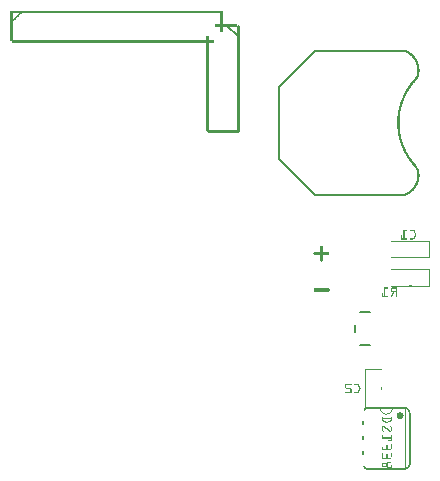
<source format=gbo>
G04 MADE WITH FRITZING*
G04 WWW.FRITZING.ORG*
G04 DOUBLE SIDED*
G04 HOLES PLATED*
G04 CONTOUR ON CENTER OF CONTOUR VECTOR*
%ASAXBY*%
%FSLAX23Y23*%
%MOIN*%
%OFA0B0*%
%SFA1.0B1.0*%
%ADD10C,0.008000*%
%ADD11C,0.010000*%
%ADD12C,0.005000*%
%ADD13C,0.006000*%
%ADD14R,0.001000X0.001000*%
%LNSILK0*%
G90*
G70*
G54D10*
X1076Y1403D02*
X956Y1283D01*
D02*
X956Y1283D02*
X956Y1043D01*
D02*
X956Y1043D02*
X1076Y923D01*
D02*
X1224Y421D02*
X1258Y421D01*
D02*
X1258Y533D02*
X1224Y533D01*
D02*
X1209Y488D02*
X1209Y467D01*
G54D11*
D02*
X817Y1486D02*
X817Y1136D01*
D02*
X817Y1136D02*
X717Y1136D01*
G54D12*
D02*
X817Y1451D02*
X782Y1486D01*
G54D13*
D02*
X1390Y197D02*
X1390Y25D01*
D02*
X1251Y212D02*
X1375Y212D01*
G54D14*
X61Y1535D02*
X769Y1535D01*
X60Y1534D02*
X769Y1534D01*
X60Y1533D02*
X769Y1533D01*
X60Y1532D02*
X769Y1532D01*
X60Y1531D02*
X769Y1531D01*
X60Y1530D02*
X69Y1530D01*
X92Y1530D02*
X98Y1530D01*
X760Y1530D02*
X769Y1530D01*
X60Y1529D02*
X69Y1529D01*
X91Y1529D02*
X97Y1529D01*
X760Y1529D02*
X769Y1529D01*
X60Y1528D02*
X69Y1528D01*
X90Y1528D02*
X96Y1528D01*
X760Y1528D02*
X769Y1528D01*
X60Y1527D02*
X69Y1527D01*
X89Y1527D02*
X95Y1527D01*
X760Y1527D02*
X769Y1527D01*
X60Y1526D02*
X69Y1526D01*
X88Y1526D02*
X94Y1526D01*
X760Y1526D02*
X769Y1526D01*
X60Y1525D02*
X69Y1525D01*
X87Y1525D02*
X93Y1525D01*
X760Y1525D02*
X769Y1525D01*
X60Y1524D02*
X69Y1524D01*
X86Y1524D02*
X92Y1524D01*
X760Y1524D02*
X769Y1524D01*
X60Y1523D02*
X69Y1523D01*
X85Y1523D02*
X91Y1523D01*
X760Y1523D02*
X769Y1523D01*
X60Y1522D02*
X69Y1522D01*
X84Y1522D02*
X90Y1522D01*
X760Y1522D02*
X769Y1522D01*
X60Y1521D02*
X69Y1521D01*
X83Y1521D02*
X89Y1521D01*
X760Y1521D02*
X769Y1521D01*
X60Y1520D02*
X69Y1520D01*
X82Y1520D02*
X88Y1520D01*
X760Y1520D02*
X769Y1520D01*
X60Y1519D02*
X69Y1519D01*
X81Y1519D02*
X87Y1519D01*
X760Y1519D02*
X769Y1519D01*
X60Y1518D02*
X69Y1518D01*
X80Y1518D02*
X86Y1518D01*
X760Y1518D02*
X769Y1518D01*
X60Y1517D02*
X69Y1517D01*
X79Y1517D02*
X85Y1517D01*
X760Y1517D02*
X769Y1517D01*
X60Y1516D02*
X69Y1516D01*
X78Y1516D02*
X84Y1516D01*
X760Y1516D02*
X769Y1516D01*
X60Y1515D02*
X69Y1515D01*
X77Y1515D02*
X83Y1515D01*
X760Y1515D02*
X769Y1515D01*
X60Y1514D02*
X69Y1514D01*
X76Y1514D02*
X82Y1514D01*
X760Y1514D02*
X769Y1514D01*
X60Y1513D02*
X69Y1513D01*
X75Y1513D02*
X81Y1513D01*
X760Y1513D02*
X769Y1513D01*
X60Y1512D02*
X69Y1512D01*
X74Y1512D02*
X80Y1512D01*
X760Y1512D02*
X769Y1512D01*
X60Y1511D02*
X69Y1511D01*
X73Y1511D02*
X79Y1511D01*
X760Y1511D02*
X769Y1511D01*
X60Y1510D02*
X69Y1510D01*
X72Y1510D02*
X78Y1510D01*
X760Y1510D02*
X769Y1510D01*
X60Y1509D02*
X69Y1509D01*
X71Y1509D02*
X77Y1509D01*
X760Y1509D02*
X769Y1509D01*
X60Y1508D02*
X76Y1508D01*
X760Y1508D02*
X769Y1508D01*
X60Y1507D02*
X75Y1507D01*
X760Y1507D02*
X769Y1507D01*
X60Y1506D02*
X74Y1506D01*
X760Y1506D02*
X769Y1506D01*
X60Y1505D02*
X73Y1505D01*
X760Y1505D02*
X769Y1505D01*
X60Y1504D02*
X72Y1504D01*
X760Y1504D02*
X769Y1504D01*
X60Y1503D02*
X71Y1503D01*
X760Y1503D02*
X769Y1503D01*
X60Y1502D02*
X70Y1502D01*
X760Y1502D02*
X769Y1502D01*
X60Y1501D02*
X69Y1501D01*
X760Y1501D02*
X769Y1501D01*
X60Y1500D02*
X69Y1500D01*
X760Y1500D02*
X769Y1500D01*
X60Y1499D02*
X69Y1499D01*
X760Y1499D02*
X769Y1499D01*
X60Y1498D02*
X69Y1498D01*
X760Y1498D02*
X769Y1498D01*
X60Y1497D02*
X69Y1497D01*
X760Y1497D02*
X769Y1497D01*
X60Y1496D02*
X69Y1496D01*
X760Y1496D02*
X769Y1496D01*
X60Y1495D02*
X69Y1495D01*
X760Y1495D02*
X769Y1495D01*
X60Y1494D02*
X69Y1494D01*
X760Y1494D02*
X769Y1494D01*
X60Y1493D02*
X69Y1493D01*
X760Y1493D02*
X769Y1493D01*
X60Y1492D02*
X69Y1492D01*
X760Y1492D02*
X769Y1492D01*
X60Y1491D02*
X69Y1491D01*
X741Y1491D02*
X815Y1491D01*
X60Y1490D02*
X69Y1490D01*
X742Y1490D02*
X815Y1490D01*
X60Y1489D02*
X69Y1489D01*
X742Y1489D02*
X815Y1489D01*
X60Y1488D02*
X69Y1488D01*
X742Y1488D02*
X815Y1488D01*
X60Y1487D02*
X69Y1487D01*
X743Y1487D02*
X815Y1487D01*
X60Y1486D02*
X69Y1486D01*
X743Y1486D02*
X815Y1486D01*
X60Y1485D02*
X69Y1485D01*
X743Y1485D02*
X815Y1485D01*
X60Y1484D02*
X69Y1484D01*
X743Y1484D02*
X815Y1484D01*
X60Y1483D02*
X69Y1483D01*
X744Y1483D02*
X815Y1483D01*
X60Y1482D02*
X69Y1482D01*
X744Y1482D02*
X815Y1482D01*
X60Y1481D02*
X69Y1481D01*
X760Y1481D02*
X769Y1481D01*
X60Y1480D02*
X69Y1480D01*
X760Y1480D02*
X769Y1480D01*
X60Y1479D02*
X69Y1479D01*
X760Y1479D02*
X769Y1479D01*
X60Y1478D02*
X69Y1478D01*
X760Y1478D02*
X769Y1478D01*
X60Y1477D02*
X69Y1477D01*
X760Y1477D02*
X769Y1477D01*
X60Y1476D02*
X69Y1476D01*
X760Y1476D02*
X769Y1476D01*
X60Y1475D02*
X69Y1475D01*
X760Y1475D02*
X769Y1475D01*
X60Y1474D02*
X69Y1474D01*
X760Y1474D02*
X769Y1474D01*
X60Y1473D02*
X69Y1473D01*
X760Y1473D02*
X769Y1473D01*
X60Y1472D02*
X69Y1472D01*
X760Y1472D02*
X769Y1472D01*
X60Y1471D02*
X69Y1471D01*
X760Y1471D02*
X769Y1471D01*
X60Y1470D02*
X69Y1470D01*
X760Y1470D02*
X769Y1470D01*
X60Y1469D02*
X69Y1469D01*
X760Y1469D02*
X769Y1469D01*
X60Y1468D02*
X69Y1468D01*
X760Y1468D02*
X769Y1468D01*
X60Y1467D02*
X69Y1467D01*
X760Y1467D02*
X769Y1467D01*
X60Y1466D02*
X69Y1466D01*
X760Y1466D02*
X769Y1466D01*
X60Y1465D02*
X69Y1465D01*
X760Y1465D02*
X769Y1465D01*
X60Y1464D02*
X69Y1464D01*
X60Y1463D02*
X69Y1463D01*
X60Y1462D02*
X69Y1462D01*
X60Y1461D02*
X69Y1461D01*
X60Y1460D02*
X69Y1460D01*
X60Y1459D02*
X69Y1459D01*
X60Y1458D02*
X69Y1458D01*
X60Y1457D02*
X69Y1457D01*
X60Y1456D02*
X69Y1456D01*
X60Y1455D02*
X69Y1455D01*
X60Y1454D02*
X69Y1454D01*
X60Y1453D02*
X69Y1453D01*
X60Y1452D02*
X69Y1452D01*
X720Y1452D02*
X720Y1452D01*
X60Y1451D02*
X69Y1451D01*
X711Y1451D02*
X720Y1451D01*
X60Y1450D02*
X69Y1450D01*
X711Y1450D02*
X720Y1450D01*
X60Y1449D02*
X69Y1449D01*
X711Y1449D02*
X720Y1449D01*
X60Y1448D02*
X69Y1448D01*
X711Y1448D02*
X720Y1448D01*
X60Y1447D02*
X69Y1447D01*
X711Y1447D02*
X720Y1447D01*
X60Y1446D02*
X69Y1446D01*
X711Y1446D02*
X720Y1446D01*
X60Y1445D02*
X69Y1445D01*
X711Y1445D02*
X720Y1445D01*
X60Y1444D02*
X69Y1444D01*
X711Y1444D02*
X720Y1444D01*
X60Y1443D02*
X69Y1443D01*
X711Y1443D02*
X720Y1443D01*
X60Y1442D02*
X69Y1442D01*
X711Y1442D02*
X720Y1442D01*
X60Y1441D02*
X69Y1441D01*
X711Y1441D02*
X720Y1441D01*
X60Y1440D02*
X737Y1440D01*
X60Y1439D02*
X737Y1439D01*
X60Y1438D02*
X737Y1438D01*
X60Y1437D02*
X737Y1437D01*
X60Y1436D02*
X737Y1436D01*
X65Y1435D02*
X737Y1435D01*
X65Y1434D02*
X737Y1434D01*
X65Y1433D02*
X737Y1433D01*
X65Y1432D02*
X737Y1432D01*
X65Y1431D02*
X737Y1431D01*
X711Y1430D02*
X720Y1430D01*
X711Y1429D02*
X720Y1429D01*
X711Y1428D02*
X720Y1428D01*
X711Y1427D02*
X720Y1427D01*
X711Y1426D02*
X720Y1426D01*
X711Y1425D02*
X720Y1425D01*
X711Y1424D02*
X720Y1424D01*
X711Y1423D02*
X720Y1423D01*
X711Y1422D02*
X720Y1422D01*
X711Y1421D02*
X720Y1421D01*
X711Y1420D02*
X720Y1420D01*
X711Y1419D02*
X720Y1419D01*
X711Y1418D02*
X720Y1418D01*
X711Y1417D02*
X720Y1417D01*
X711Y1416D02*
X720Y1416D01*
X711Y1415D02*
X720Y1415D01*
X711Y1414D02*
X720Y1414D01*
X711Y1413D02*
X720Y1413D01*
X711Y1412D02*
X720Y1412D01*
X711Y1411D02*
X720Y1411D01*
X711Y1410D02*
X720Y1410D01*
X711Y1409D02*
X720Y1409D01*
X711Y1408D02*
X720Y1408D01*
X711Y1407D02*
X720Y1407D01*
X1074Y1407D02*
X1137Y1407D01*
X1273Y1407D02*
X1375Y1407D01*
X711Y1406D02*
X720Y1406D01*
X1072Y1406D02*
X1137Y1406D01*
X1273Y1406D02*
X1378Y1406D01*
X711Y1405D02*
X720Y1405D01*
X1072Y1405D02*
X1380Y1405D01*
X711Y1404D02*
X720Y1404D01*
X1071Y1404D02*
X1382Y1404D01*
X711Y1403D02*
X720Y1403D01*
X1071Y1403D02*
X1384Y1403D01*
X711Y1402D02*
X720Y1402D01*
X1071Y1402D02*
X1386Y1402D01*
X711Y1401D02*
X720Y1401D01*
X1072Y1401D02*
X1388Y1401D01*
X711Y1400D02*
X720Y1400D01*
X1073Y1400D02*
X1389Y1400D01*
X711Y1399D02*
X720Y1399D01*
X1375Y1399D02*
X1391Y1399D01*
X711Y1398D02*
X720Y1398D01*
X1377Y1398D02*
X1392Y1398D01*
X711Y1397D02*
X720Y1397D01*
X1379Y1397D02*
X1393Y1397D01*
X711Y1396D02*
X720Y1396D01*
X1381Y1396D02*
X1395Y1396D01*
X711Y1395D02*
X720Y1395D01*
X1383Y1395D02*
X1396Y1395D01*
X711Y1394D02*
X720Y1394D01*
X1385Y1394D02*
X1397Y1394D01*
X711Y1393D02*
X720Y1393D01*
X1386Y1393D02*
X1398Y1393D01*
X711Y1392D02*
X720Y1392D01*
X1388Y1392D02*
X1399Y1392D01*
X711Y1391D02*
X720Y1391D01*
X1389Y1391D02*
X1400Y1391D01*
X711Y1390D02*
X720Y1390D01*
X1391Y1390D02*
X1401Y1390D01*
X711Y1389D02*
X720Y1389D01*
X1392Y1389D02*
X1402Y1389D01*
X711Y1388D02*
X720Y1388D01*
X1393Y1388D02*
X1403Y1388D01*
X711Y1387D02*
X720Y1387D01*
X1394Y1387D02*
X1404Y1387D01*
X711Y1386D02*
X720Y1386D01*
X1395Y1386D02*
X1405Y1386D01*
X711Y1385D02*
X720Y1385D01*
X1396Y1385D02*
X1406Y1385D01*
X711Y1384D02*
X720Y1384D01*
X1397Y1384D02*
X1407Y1384D01*
X711Y1383D02*
X720Y1383D01*
X1398Y1383D02*
X1407Y1383D01*
X711Y1382D02*
X720Y1382D01*
X1399Y1382D02*
X1408Y1382D01*
X711Y1381D02*
X720Y1381D01*
X1400Y1381D02*
X1409Y1381D01*
X711Y1380D02*
X720Y1380D01*
X1401Y1380D02*
X1409Y1380D01*
X711Y1379D02*
X720Y1379D01*
X1402Y1379D02*
X1410Y1379D01*
X711Y1378D02*
X720Y1378D01*
X1403Y1378D02*
X1411Y1378D01*
X711Y1377D02*
X720Y1377D01*
X1403Y1377D02*
X1411Y1377D01*
X711Y1376D02*
X720Y1376D01*
X1404Y1376D02*
X1412Y1376D01*
X711Y1375D02*
X720Y1375D01*
X1405Y1375D02*
X1413Y1375D01*
X711Y1374D02*
X720Y1374D01*
X1405Y1374D02*
X1413Y1374D01*
X711Y1373D02*
X720Y1373D01*
X1406Y1373D02*
X1414Y1373D01*
X711Y1372D02*
X720Y1372D01*
X1407Y1372D02*
X1414Y1372D01*
X711Y1371D02*
X720Y1371D01*
X1407Y1371D02*
X1415Y1371D01*
X711Y1370D02*
X720Y1370D01*
X1408Y1370D02*
X1415Y1370D01*
X711Y1369D02*
X720Y1369D01*
X1408Y1369D02*
X1416Y1369D01*
X711Y1368D02*
X720Y1368D01*
X1409Y1368D02*
X1416Y1368D01*
X711Y1367D02*
X720Y1367D01*
X1409Y1367D02*
X1417Y1367D01*
X711Y1366D02*
X720Y1366D01*
X1410Y1366D02*
X1417Y1366D01*
X711Y1365D02*
X720Y1365D01*
X1410Y1365D02*
X1417Y1365D01*
X711Y1364D02*
X720Y1364D01*
X1411Y1364D02*
X1418Y1364D01*
X711Y1363D02*
X720Y1363D01*
X1411Y1363D02*
X1418Y1363D01*
X711Y1362D02*
X720Y1362D01*
X1412Y1362D02*
X1419Y1362D01*
X711Y1361D02*
X720Y1361D01*
X1412Y1361D02*
X1419Y1361D01*
X711Y1360D02*
X720Y1360D01*
X1412Y1360D02*
X1419Y1360D01*
X711Y1359D02*
X720Y1359D01*
X1413Y1359D02*
X1420Y1359D01*
X711Y1358D02*
X720Y1358D01*
X1413Y1358D02*
X1420Y1358D01*
X711Y1357D02*
X720Y1357D01*
X1413Y1357D02*
X1420Y1357D01*
X711Y1356D02*
X720Y1356D01*
X1414Y1356D02*
X1420Y1356D01*
X711Y1355D02*
X720Y1355D01*
X1414Y1355D02*
X1421Y1355D01*
X711Y1354D02*
X720Y1354D01*
X1414Y1354D02*
X1421Y1354D01*
X711Y1353D02*
X720Y1353D01*
X1414Y1353D02*
X1421Y1353D01*
X711Y1352D02*
X720Y1352D01*
X1415Y1352D02*
X1421Y1352D01*
X711Y1351D02*
X720Y1351D01*
X1415Y1351D02*
X1421Y1351D01*
X711Y1350D02*
X720Y1350D01*
X1415Y1350D02*
X1422Y1350D01*
X711Y1349D02*
X720Y1349D01*
X1415Y1349D02*
X1422Y1349D01*
X711Y1348D02*
X720Y1348D01*
X1415Y1348D02*
X1422Y1348D01*
X711Y1347D02*
X720Y1347D01*
X1415Y1347D02*
X1422Y1347D01*
X711Y1346D02*
X720Y1346D01*
X1416Y1346D02*
X1422Y1346D01*
X711Y1345D02*
X720Y1345D01*
X1416Y1345D02*
X1422Y1345D01*
X711Y1344D02*
X720Y1344D01*
X1416Y1344D02*
X1422Y1344D01*
X711Y1343D02*
X720Y1343D01*
X1416Y1343D02*
X1422Y1343D01*
X711Y1342D02*
X720Y1342D01*
X1416Y1342D02*
X1423Y1342D01*
X711Y1341D02*
X720Y1341D01*
X1416Y1341D02*
X1423Y1341D01*
X711Y1340D02*
X720Y1340D01*
X1416Y1340D02*
X1423Y1340D01*
X711Y1339D02*
X720Y1339D01*
X1416Y1339D02*
X1423Y1339D01*
X711Y1338D02*
X720Y1338D01*
X1416Y1338D02*
X1423Y1338D01*
X711Y1337D02*
X720Y1337D01*
X1416Y1337D02*
X1423Y1337D01*
X711Y1336D02*
X720Y1336D01*
X1416Y1336D02*
X1423Y1336D01*
X711Y1335D02*
X720Y1335D01*
X1416Y1335D02*
X1423Y1335D01*
X711Y1334D02*
X720Y1334D01*
X1416Y1334D02*
X1423Y1334D01*
X711Y1333D02*
X720Y1333D01*
X1416Y1333D02*
X1423Y1333D01*
X711Y1332D02*
X720Y1332D01*
X1416Y1332D02*
X1422Y1332D01*
X711Y1331D02*
X720Y1331D01*
X1416Y1331D02*
X1422Y1331D01*
X711Y1330D02*
X720Y1330D01*
X1415Y1330D02*
X1422Y1330D01*
X711Y1329D02*
X720Y1329D01*
X1415Y1329D02*
X1422Y1329D01*
X711Y1328D02*
X720Y1328D01*
X1415Y1328D02*
X1422Y1328D01*
X711Y1327D02*
X720Y1327D01*
X1415Y1327D02*
X1422Y1327D01*
X711Y1326D02*
X720Y1326D01*
X1415Y1326D02*
X1422Y1326D01*
X711Y1325D02*
X720Y1325D01*
X1415Y1325D02*
X1422Y1325D01*
X711Y1324D02*
X720Y1324D01*
X1414Y1324D02*
X1421Y1324D01*
X711Y1323D02*
X720Y1323D01*
X1414Y1323D02*
X1421Y1323D01*
X711Y1322D02*
X720Y1322D01*
X1414Y1322D02*
X1421Y1322D01*
X711Y1321D02*
X720Y1321D01*
X1414Y1321D02*
X1421Y1321D01*
X711Y1320D02*
X720Y1320D01*
X1413Y1320D02*
X1421Y1320D01*
X711Y1319D02*
X720Y1319D01*
X1413Y1319D02*
X1420Y1319D01*
X711Y1318D02*
X720Y1318D01*
X1413Y1318D02*
X1420Y1318D01*
X711Y1317D02*
X720Y1317D01*
X1412Y1317D02*
X1420Y1317D01*
X711Y1316D02*
X720Y1316D01*
X1412Y1316D02*
X1419Y1316D01*
X711Y1315D02*
X720Y1315D01*
X1411Y1315D02*
X1419Y1315D01*
X711Y1314D02*
X720Y1314D01*
X1410Y1314D02*
X1419Y1314D01*
X711Y1313D02*
X720Y1313D01*
X1409Y1313D02*
X1414Y1313D01*
X1416Y1313D02*
X1418Y1313D01*
X711Y1312D02*
X720Y1312D01*
X1409Y1312D02*
X1415Y1312D01*
X1418Y1312D02*
X1418Y1312D01*
X711Y1311D02*
X720Y1311D01*
X1408Y1311D02*
X1416Y1311D01*
X711Y1310D02*
X720Y1310D01*
X1407Y1310D02*
X1417Y1310D01*
X711Y1309D02*
X720Y1309D01*
X1406Y1309D02*
X1416Y1309D01*
X711Y1308D02*
X720Y1308D01*
X1405Y1308D02*
X1415Y1308D01*
X711Y1307D02*
X720Y1307D01*
X1404Y1307D02*
X1414Y1307D01*
X711Y1306D02*
X720Y1306D01*
X1403Y1306D02*
X1413Y1306D01*
X711Y1305D02*
X720Y1305D01*
X1402Y1305D02*
X1412Y1305D01*
X711Y1304D02*
X720Y1304D01*
X1401Y1304D02*
X1411Y1304D01*
X711Y1303D02*
X720Y1303D01*
X1400Y1303D02*
X1410Y1303D01*
X711Y1302D02*
X720Y1302D01*
X1400Y1302D02*
X1409Y1302D01*
X711Y1301D02*
X720Y1301D01*
X1399Y1301D02*
X1408Y1301D01*
X711Y1300D02*
X720Y1300D01*
X1398Y1300D02*
X1407Y1300D01*
X711Y1299D02*
X720Y1299D01*
X1397Y1299D02*
X1407Y1299D01*
X711Y1298D02*
X720Y1298D01*
X1396Y1298D02*
X1406Y1298D01*
X711Y1297D02*
X720Y1297D01*
X1396Y1297D02*
X1405Y1297D01*
X711Y1296D02*
X720Y1296D01*
X1395Y1296D02*
X1404Y1296D01*
X711Y1295D02*
X720Y1295D01*
X1394Y1295D02*
X1403Y1295D01*
X711Y1294D02*
X720Y1294D01*
X1393Y1294D02*
X1402Y1294D01*
X711Y1293D02*
X720Y1293D01*
X1392Y1293D02*
X1401Y1293D01*
X711Y1292D02*
X720Y1292D01*
X1392Y1292D02*
X1401Y1292D01*
X711Y1291D02*
X720Y1291D01*
X1391Y1291D02*
X1400Y1291D01*
X711Y1290D02*
X720Y1290D01*
X1390Y1290D02*
X1399Y1290D01*
X711Y1289D02*
X720Y1289D01*
X1389Y1289D02*
X1398Y1289D01*
X711Y1288D02*
X720Y1288D01*
X1389Y1288D02*
X1398Y1288D01*
X711Y1287D02*
X720Y1287D01*
X1388Y1287D02*
X1397Y1287D01*
X711Y1286D02*
X720Y1286D01*
X1387Y1286D02*
X1396Y1286D01*
X711Y1285D02*
X720Y1285D01*
X1387Y1285D02*
X1395Y1285D01*
X711Y1284D02*
X720Y1284D01*
X1386Y1284D02*
X1395Y1284D01*
X711Y1283D02*
X720Y1283D01*
X1385Y1283D02*
X1394Y1283D01*
X711Y1282D02*
X720Y1282D01*
X1385Y1282D02*
X1393Y1282D01*
X711Y1281D02*
X720Y1281D01*
X1384Y1281D02*
X1393Y1281D01*
X711Y1280D02*
X720Y1280D01*
X1383Y1280D02*
X1392Y1280D01*
X711Y1279D02*
X720Y1279D01*
X1383Y1279D02*
X1391Y1279D01*
X711Y1278D02*
X720Y1278D01*
X1382Y1278D02*
X1390Y1278D01*
X711Y1277D02*
X720Y1277D01*
X1382Y1277D02*
X1390Y1277D01*
X711Y1276D02*
X720Y1276D01*
X1381Y1276D02*
X1389Y1276D01*
X711Y1275D02*
X720Y1275D01*
X1380Y1275D02*
X1389Y1275D01*
X711Y1274D02*
X720Y1274D01*
X1380Y1274D02*
X1388Y1274D01*
X711Y1273D02*
X720Y1273D01*
X1379Y1273D02*
X1387Y1273D01*
X711Y1272D02*
X720Y1272D01*
X1378Y1272D02*
X1387Y1272D01*
X711Y1271D02*
X720Y1271D01*
X1378Y1271D02*
X1386Y1271D01*
X711Y1270D02*
X720Y1270D01*
X1377Y1270D02*
X1385Y1270D01*
X711Y1269D02*
X720Y1269D01*
X1377Y1269D02*
X1385Y1269D01*
X711Y1268D02*
X720Y1268D01*
X1376Y1268D02*
X1384Y1268D01*
X711Y1267D02*
X720Y1267D01*
X1376Y1267D02*
X1384Y1267D01*
X711Y1266D02*
X720Y1266D01*
X1375Y1266D02*
X1383Y1266D01*
X711Y1265D02*
X720Y1265D01*
X1375Y1265D02*
X1383Y1265D01*
X711Y1264D02*
X720Y1264D01*
X1374Y1264D02*
X1382Y1264D01*
X711Y1263D02*
X720Y1263D01*
X1374Y1263D02*
X1381Y1263D01*
X711Y1262D02*
X720Y1262D01*
X1373Y1262D02*
X1381Y1262D01*
X711Y1261D02*
X720Y1261D01*
X1373Y1261D02*
X1380Y1261D01*
X711Y1260D02*
X720Y1260D01*
X1372Y1260D02*
X1380Y1260D01*
X711Y1259D02*
X720Y1259D01*
X1372Y1259D02*
X1379Y1259D01*
X711Y1258D02*
X720Y1258D01*
X1371Y1258D02*
X1379Y1258D01*
X711Y1257D02*
X720Y1257D01*
X1371Y1257D02*
X1378Y1257D01*
X711Y1256D02*
X720Y1256D01*
X1370Y1256D02*
X1378Y1256D01*
X711Y1255D02*
X720Y1255D01*
X1370Y1255D02*
X1377Y1255D01*
X711Y1254D02*
X720Y1254D01*
X1369Y1254D02*
X1377Y1254D01*
X711Y1253D02*
X720Y1253D01*
X1369Y1253D02*
X1376Y1253D01*
X711Y1252D02*
X720Y1252D01*
X1368Y1252D02*
X1376Y1252D01*
X711Y1251D02*
X720Y1251D01*
X1368Y1251D02*
X1375Y1251D01*
X711Y1250D02*
X720Y1250D01*
X1367Y1250D02*
X1375Y1250D01*
X711Y1249D02*
X720Y1249D01*
X1367Y1249D02*
X1374Y1249D01*
X711Y1248D02*
X720Y1248D01*
X1367Y1248D02*
X1374Y1248D01*
X711Y1247D02*
X720Y1247D01*
X1366Y1247D02*
X1374Y1247D01*
X711Y1246D02*
X720Y1246D01*
X1366Y1246D02*
X1373Y1246D01*
X711Y1245D02*
X720Y1245D01*
X1365Y1245D02*
X1373Y1245D01*
X711Y1244D02*
X720Y1244D01*
X1365Y1244D02*
X1372Y1244D01*
X711Y1243D02*
X720Y1243D01*
X1364Y1243D02*
X1372Y1243D01*
X711Y1242D02*
X720Y1242D01*
X1364Y1242D02*
X1371Y1242D01*
X711Y1241D02*
X720Y1241D01*
X1364Y1241D02*
X1371Y1241D01*
X711Y1240D02*
X720Y1240D01*
X1363Y1240D02*
X1371Y1240D01*
X711Y1239D02*
X720Y1239D01*
X1363Y1239D02*
X1370Y1239D01*
X711Y1238D02*
X720Y1238D01*
X1363Y1238D02*
X1370Y1238D01*
X711Y1237D02*
X720Y1237D01*
X1362Y1237D02*
X1369Y1237D01*
X711Y1236D02*
X720Y1236D01*
X1362Y1236D02*
X1369Y1236D01*
X711Y1235D02*
X720Y1235D01*
X1361Y1235D02*
X1369Y1235D01*
X711Y1234D02*
X720Y1234D01*
X1361Y1234D02*
X1368Y1234D01*
X711Y1233D02*
X720Y1233D01*
X1361Y1233D02*
X1368Y1233D01*
X711Y1232D02*
X720Y1232D01*
X1360Y1232D02*
X1367Y1232D01*
X711Y1231D02*
X720Y1231D01*
X1360Y1231D02*
X1367Y1231D01*
X711Y1230D02*
X720Y1230D01*
X1360Y1230D02*
X1367Y1230D01*
X711Y1229D02*
X720Y1229D01*
X1360Y1229D02*
X1367Y1229D01*
X711Y1228D02*
X720Y1228D01*
X1359Y1228D02*
X1366Y1228D01*
X711Y1227D02*
X720Y1227D01*
X1359Y1227D02*
X1366Y1227D01*
X711Y1226D02*
X720Y1226D01*
X1359Y1226D02*
X1366Y1226D01*
X711Y1225D02*
X720Y1225D01*
X1358Y1225D02*
X1365Y1225D01*
X711Y1224D02*
X720Y1224D01*
X1358Y1224D02*
X1365Y1224D01*
X711Y1223D02*
X720Y1223D01*
X1358Y1223D02*
X1365Y1223D01*
X711Y1222D02*
X720Y1222D01*
X1357Y1222D02*
X1364Y1222D01*
X711Y1221D02*
X720Y1221D01*
X1357Y1221D02*
X1364Y1221D01*
X711Y1220D02*
X720Y1220D01*
X1357Y1220D02*
X1364Y1220D01*
X711Y1219D02*
X720Y1219D01*
X1357Y1219D02*
X1363Y1219D01*
X711Y1218D02*
X720Y1218D01*
X1356Y1218D02*
X1363Y1218D01*
X711Y1217D02*
X720Y1217D01*
X1356Y1217D02*
X1363Y1217D01*
X711Y1216D02*
X720Y1216D01*
X1356Y1216D02*
X1363Y1216D01*
X711Y1215D02*
X720Y1215D01*
X1356Y1215D02*
X1362Y1215D01*
X711Y1214D02*
X720Y1214D01*
X1355Y1214D02*
X1362Y1214D01*
X711Y1213D02*
X720Y1213D01*
X1355Y1213D02*
X1362Y1213D01*
X711Y1212D02*
X720Y1212D01*
X1355Y1212D02*
X1362Y1212D01*
X711Y1211D02*
X720Y1211D01*
X1355Y1211D02*
X1361Y1211D01*
X711Y1210D02*
X720Y1210D01*
X1354Y1210D02*
X1361Y1210D01*
X711Y1209D02*
X720Y1209D01*
X1354Y1209D02*
X1361Y1209D01*
X711Y1208D02*
X720Y1208D01*
X1354Y1208D02*
X1361Y1208D01*
X711Y1207D02*
X720Y1207D01*
X1354Y1207D02*
X1360Y1207D01*
X711Y1206D02*
X720Y1206D01*
X1354Y1206D02*
X1360Y1206D01*
X711Y1205D02*
X720Y1205D01*
X1353Y1205D02*
X1360Y1205D01*
X711Y1204D02*
X720Y1204D01*
X1353Y1204D02*
X1360Y1204D01*
X711Y1203D02*
X720Y1203D01*
X1353Y1203D02*
X1360Y1203D01*
X711Y1202D02*
X720Y1202D01*
X1353Y1202D02*
X1359Y1202D01*
X711Y1201D02*
X720Y1201D01*
X1353Y1201D02*
X1359Y1201D01*
X711Y1200D02*
X720Y1200D01*
X1353Y1200D02*
X1359Y1200D01*
X711Y1199D02*
X720Y1199D01*
X1352Y1199D02*
X1359Y1199D01*
X711Y1198D02*
X720Y1198D01*
X1352Y1198D02*
X1359Y1198D01*
X711Y1197D02*
X720Y1197D01*
X1352Y1197D02*
X1359Y1197D01*
X711Y1196D02*
X720Y1196D01*
X1352Y1196D02*
X1358Y1196D01*
X711Y1195D02*
X720Y1195D01*
X1352Y1195D02*
X1358Y1195D01*
X711Y1194D02*
X720Y1194D01*
X1352Y1194D02*
X1358Y1194D01*
X711Y1193D02*
X720Y1193D01*
X1351Y1193D02*
X1358Y1193D01*
X711Y1192D02*
X720Y1192D01*
X1351Y1192D02*
X1358Y1192D01*
X711Y1191D02*
X720Y1191D01*
X1351Y1191D02*
X1358Y1191D01*
X711Y1190D02*
X720Y1190D01*
X1351Y1190D02*
X1358Y1190D01*
X711Y1189D02*
X720Y1189D01*
X1351Y1189D02*
X1357Y1189D01*
X711Y1188D02*
X720Y1188D01*
X1351Y1188D02*
X1357Y1188D01*
X711Y1187D02*
X720Y1187D01*
X1351Y1187D02*
X1357Y1187D01*
X711Y1186D02*
X720Y1186D01*
X1351Y1186D02*
X1357Y1186D01*
X711Y1185D02*
X720Y1185D01*
X1350Y1185D02*
X1357Y1185D01*
X711Y1184D02*
X720Y1184D01*
X1350Y1184D02*
X1357Y1184D01*
X711Y1183D02*
X720Y1183D01*
X1350Y1183D02*
X1357Y1183D01*
X711Y1182D02*
X720Y1182D01*
X1350Y1182D02*
X1357Y1182D01*
X711Y1181D02*
X720Y1181D01*
X1350Y1181D02*
X1357Y1181D01*
X711Y1180D02*
X720Y1180D01*
X1350Y1180D02*
X1356Y1180D01*
X711Y1179D02*
X720Y1179D01*
X1350Y1179D02*
X1356Y1179D01*
X711Y1178D02*
X720Y1178D01*
X1350Y1178D02*
X1356Y1178D01*
X711Y1177D02*
X720Y1177D01*
X1350Y1177D02*
X1356Y1177D01*
X711Y1176D02*
X720Y1176D01*
X1350Y1176D02*
X1356Y1176D01*
X711Y1175D02*
X720Y1175D01*
X1350Y1175D02*
X1356Y1175D01*
X711Y1174D02*
X720Y1174D01*
X1350Y1174D02*
X1356Y1174D01*
X711Y1173D02*
X720Y1173D01*
X1350Y1173D02*
X1356Y1173D01*
X711Y1172D02*
X720Y1172D01*
X1350Y1172D02*
X1356Y1172D01*
X711Y1171D02*
X720Y1171D01*
X1350Y1171D02*
X1356Y1171D01*
X711Y1170D02*
X720Y1170D01*
X1350Y1170D02*
X1356Y1170D01*
X711Y1169D02*
X720Y1169D01*
X1349Y1169D02*
X1356Y1169D01*
X711Y1168D02*
X720Y1168D01*
X1349Y1168D02*
X1356Y1168D01*
X711Y1167D02*
X720Y1167D01*
X1349Y1167D02*
X1356Y1167D01*
X711Y1166D02*
X720Y1166D01*
X1349Y1166D02*
X1356Y1166D01*
X711Y1165D02*
X720Y1165D01*
X1349Y1165D02*
X1356Y1165D01*
X711Y1164D02*
X720Y1164D01*
X1349Y1164D02*
X1356Y1164D01*
X711Y1163D02*
X720Y1163D01*
X1349Y1163D02*
X1356Y1163D01*
X711Y1162D02*
X720Y1162D01*
X1349Y1162D02*
X1356Y1162D01*
X711Y1161D02*
X720Y1161D01*
X1349Y1161D02*
X1356Y1161D01*
X711Y1160D02*
X720Y1160D01*
X1349Y1160D02*
X1356Y1160D01*
X711Y1159D02*
X720Y1159D01*
X1349Y1159D02*
X1356Y1159D01*
X711Y1158D02*
X720Y1158D01*
X1349Y1158D02*
X1356Y1158D01*
X711Y1157D02*
X720Y1157D01*
X1349Y1157D02*
X1356Y1157D01*
X711Y1156D02*
X720Y1156D01*
X1350Y1156D02*
X1356Y1156D01*
X711Y1155D02*
X720Y1155D01*
X1350Y1155D02*
X1356Y1155D01*
X711Y1154D02*
X720Y1154D01*
X1350Y1154D02*
X1356Y1154D01*
X711Y1153D02*
X720Y1153D01*
X1350Y1153D02*
X1356Y1153D01*
X711Y1152D02*
X720Y1152D01*
X1350Y1152D02*
X1356Y1152D01*
X711Y1151D02*
X720Y1151D01*
X1350Y1151D02*
X1356Y1151D01*
X711Y1150D02*
X720Y1150D01*
X1350Y1150D02*
X1356Y1150D01*
X711Y1149D02*
X720Y1149D01*
X1350Y1149D02*
X1356Y1149D01*
X711Y1148D02*
X720Y1148D01*
X1350Y1148D02*
X1356Y1148D01*
X711Y1147D02*
X720Y1147D01*
X1350Y1147D02*
X1356Y1147D01*
X711Y1146D02*
X720Y1146D01*
X1350Y1146D02*
X1357Y1146D01*
X711Y1145D02*
X720Y1145D01*
X1350Y1145D02*
X1357Y1145D01*
X711Y1144D02*
X720Y1144D01*
X1350Y1144D02*
X1357Y1144D01*
X711Y1143D02*
X720Y1143D01*
X1350Y1143D02*
X1357Y1143D01*
X711Y1142D02*
X720Y1142D01*
X1350Y1142D02*
X1357Y1142D01*
X711Y1141D02*
X720Y1141D01*
X1351Y1141D02*
X1357Y1141D01*
X711Y1140D02*
X720Y1140D01*
X1351Y1140D02*
X1357Y1140D01*
X711Y1139D02*
X720Y1139D01*
X1351Y1139D02*
X1357Y1139D01*
X711Y1138D02*
X720Y1138D01*
X1351Y1138D02*
X1357Y1138D01*
X711Y1137D02*
X720Y1137D01*
X1351Y1137D02*
X1357Y1137D01*
X1351Y1136D02*
X1358Y1136D01*
X1351Y1135D02*
X1358Y1135D01*
X1351Y1134D02*
X1358Y1134D01*
X1351Y1133D02*
X1358Y1133D01*
X1352Y1132D02*
X1358Y1132D01*
X1352Y1131D02*
X1358Y1131D01*
X1352Y1130D02*
X1358Y1130D01*
X1352Y1129D02*
X1359Y1129D01*
X1352Y1128D02*
X1359Y1128D01*
X1352Y1127D02*
X1359Y1127D01*
X1353Y1126D02*
X1359Y1126D01*
X1353Y1125D02*
X1359Y1125D01*
X1353Y1124D02*
X1360Y1124D01*
X1353Y1123D02*
X1360Y1123D01*
X1353Y1122D02*
X1360Y1122D01*
X1353Y1121D02*
X1360Y1121D01*
X1354Y1120D02*
X1360Y1120D01*
X1354Y1119D02*
X1361Y1119D01*
X1354Y1118D02*
X1361Y1118D01*
X1354Y1117D02*
X1361Y1117D01*
X1355Y1116D02*
X1361Y1116D01*
X1355Y1115D02*
X1361Y1115D01*
X1355Y1114D02*
X1362Y1114D01*
X1355Y1113D02*
X1362Y1113D01*
X1355Y1112D02*
X1362Y1112D01*
X1356Y1111D02*
X1362Y1111D01*
X1356Y1110D02*
X1363Y1110D01*
X1356Y1109D02*
X1363Y1109D01*
X1356Y1108D02*
X1363Y1108D01*
X1357Y1107D02*
X1364Y1107D01*
X1357Y1106D02*
X1364Y1106D01*
X1357Y1105D02*
X1364Y1105D01*
X1358Y1104D02*
X1364Y1104D01*
X1358Y1103D02*
X1365Y1103D01*
X1358Y1102D02*
X1365Y1102D01*
X1358Y1101D02*
X1365Y1101D01*
X1359Y1100D02*
X1366Y1100D01*
X1359Y1099D02*
X1366Y1099D01*
X1359Y1098D02*
X1366Y1098D01*
X1360Y1097D02*
X1367Y1097D01*
X1360Y1096D02*
X1367Y1096D01*
X1360Y1095D02*
X1367Y1095D01*
X1361Y1094D02*
X1368Y1094D01*
X1361Y1093D02*
X1368Y1093D01*
X1361Y1092D02*
X1368Y1092D01*
X1362Y1091D02*
X1369Y1091D01*
X1362Y1090D02*
X1369Y1090D01*
X1362Y1089D02*
X1370Y1089D01*
X1363Y1088D02*
X1370Y1088D01*
X1363Y1087D02*
X1370Y1087D01*
X1364Y1086D02*
X1371Y1086D01*
X1364Y1085D02*
X1371Y1085D01*
X1364Y1084D02*
X1372Y1084D01*
X1365Y1083D02*
X1372Y1083D01*
X1365Y1082D02*
X1372Y1082D01*
X1365Y1081D02*
X1373Y1081D01*
X1366Y1080D02*
X1373Y1080D01*
X1366Y1079D02*
X1374Y1079D01*
X1367Y1078D02*
X1374Y1078D01*
X1367Y1077D02*
X1375Y1077D01*
X1368Y1076D02*
X1375Y1076D01*
X1368Y1075D02*
X1376Y1075D01*
X1368Y1074D02*
X1376Y1074D01*
X1369Y1073D02*
X1376Y1073D01*
X1369Y1072D02*
X1377Y1072D01*
X1370Y1071D02*
X1377Y1071D01*
X1370Y1070D02*
X1378Y1070D01*
X1371Y1069D02*
X1378Y1069D01*
X1371Y1068D02*
X1379Y1068D01*
X1372Y1067D02*
X1379Y1067D01*
X1372Y1066D02*
X1380Y1066D01*
X1373Y1065D02*
X1381Y1065D01*
X1373Y1064D02*
X1381Y1064D01*
X1374Y1063D02*
X1382Y1063D01*
X1374Y1062D02*
X1382Y1062D01*
X1375Y1061D02*
X1383Y1061D01*
X1375Y1060D02*
X1383Y1060D01*
X1376Y1059D02*
X1384Y1059D01*
X1377Y1058D02*
X1384Y1058D01*
X1377Y1057D02*
X1385Y1057D01*
X1378Y1056D02*
X1386Y1056D01*
X1378Y1055D02*
X1386Y1055D01*
X1379Y1054D02*
X1387Y1054D01*
X1379Y1053D02*
X1388Y1053D01*
X1380Y1052D02*
X1388Y1052D01*
X1381Y1051D02*
X1389Y1051D01*
X1381Y1050D02*
X1389Y1050D01*
X1382Y1049D02*
X1390Y1049D01*
X1382Y1048D02*
X1391Y1048D01*
X1383Y1047D02*
X1391Y1047D01*
X1384Y1046D02*
X1392Y1046D01*
X1384Y1045D02*
X1393Y1045D01*
X1385Y1044D02*
X1394Y1044D01*
X1386Y1043D02*
X1394Y1043D01*
X1386Y1042D02*
X1395Y1042D01*
X1387Y1041D02*
X1396Y1041D01*
X1388Y1040D02*
X1396Y1040D01*
X1388Y1039D02*
X1397Y1039D01*
X1389Y1038D02*
X1398Y1038D01*
X1390Y1037D02*
X1399Y1037D01*
X1391Y1036D02*
X1400Y1036D01*
X1391Y1035D02*
X1400Y1035D01*
X1392Y1034D02*
X1401Y1034D01*
X1393Y1033D02*
X1402Y1033D01*
X1394Y1032D02*
X1403Y1032D01*
X1394Y1031D02*
X1403Y1031D01*
X1395Y1030D02*
X1404Y1030D01*
X1396Y1029D02*
X1405Y1029D01*
X1397Y1028D02*
X1406Y1028D01*
X1397Y1027D02*
X1407Y1027D01*
X1398Y1026D02*
X1408Y1026D01*
X1399Y1025D02*
X1409Y1025D01*
X1400Y1024D02*
X1410Y1024D01*
X1401Y1023D02*
X1410Y1023D01*
X1402Y1022D02*
X1411Y1022D01*
X1403Y1021D02*
X1412Y1021D01*
X1403Y1020D02*
X1413Y1020D01*
X1404Y1019D02*
X1414Y1019D01*
X1405Y1018D02*
X1415Y1018D01*
X1406Y1017D02*
X1416Y1017D01*
X1407Y1016D02*
X1417Y1016D01*
X1408Y1015D02*
X1416Y1015D01*
X1409Y1014D02*
X1415Y1014D01*
X1417Y1014D02*
X1418Y1014D01*
X1410Y1013D02*
X1419Y1013D01*
X1411Y1012D02*
X1419Y1012D01*
X1412Y1011D02*
X1419Y1011D01*
X1412Y1010D02*
X1420Y1010D01*
X1412Y1009D02*
X1420Y1009D01*
X1413Y1008D02*
X1420Y1008D01*
X1413Y1007D02*
X1420Y1007D01*
X1413Y1006D02*
X1421Y1006D01*
X1414Y1005D02*
X1421Y1005D01*
X1414Y1004D02*
X1421Y1004D01*
X1414Y1003D02*
X1421Y1003D01*
X1414Y1002D02*
X1421Y1002D01*
X1415Y1001D02*
X1422Y1001D01*
X1415Y1000D02*
X1422Y1000D01*
X1415Y999D02*
X1422Y999D01*
X1415Y998D02*
X1422Y998D01*
X1415Y997D02*
X1422Y997D01*
X1415Y996D02*
X1422Y996D01*
X1416Y995D02*
X1422Y995D01*
X1416Y994D02*
X1422Y994D01*
X1416Y993D02*
X1423Y993D01*
X1416Y992D02*
X1423Y992D01*
X1416Y991D02*
X1423Y991D01*
X1416Y990D02*
X1423Y990D01*
X1416Y989D02*
X1423Y989D01*
X1416Y988D02*
X1423Y988D01*
X1416Y987D02*
X1423Y987D01*
X1416Y986D02*
X1423Y986D01*
X1416Y985D02*
X1423Y985D01*
X1416Y984D02*
X1423Y984D01*
X1416Y983D02*
X1422Y983D01*
X1416Y982D02*
X1422Y982D01*
X1416Y981D02*
X1422Y981D01*
X1416Y980D02*
X1422Y980D01*
X1415Y979D02*
X1422Y979D01*
X1415Y978D02*
X1422Y978D01*
X1415Y977D02*
X1422Y977D01*
X1415Y976D02*
X1422Y976D01*
X1415Y975D02*
X1421Y975D01*
X1414Y974D02*
X1421Y974D01*
X1414Y973D02*
X1421Y973D01*
X1414Y972D02*
X1421Y972D01*
X1414Y971D02*
X1420Y971D01*
X1413Y970D02*
X1420Y970D01*
X1413Y969D02*
X1420Y969D01*
X1413Y968D02*
X1420Y968D01*
X1413Y967D02*
X1419Y967D01*
X1412Y966D02*
X1419Y966D01*
X1412Y965D02*
X1419Y965D01*
X1411Y964D02*
X1418Y964D01*
X1411Y963D02*
X1418Y963D01*
X1411Y962D02*
X1418Y962D01*
X1410Y961D02*
X1417Y961D01*
X1410Y960D02*
X1417Y960D01*
X1409Y959D02*
X1416Y959D01*
X1409Y958D02*
X1416Y958D01*
X1408Y957D02*
X1416Y957D01*
X1408Y956D02*
X1415Y956D01*
X1407Y955D02*
X1415Y955D01*
X1406Y954D02*
X1414Y954D01*
X1406Y953D02*
X1413Y953D01*
X1405Y952D02*
X1413Y952D01*
X1404Y951D02*
X1412Y951D01*
X1404Y950D02*
X1412Y950D01*
X1403Y949D02*
X1411Y949D01*
X1402Y948D02*
X1410Y948D01*
X1401Y947D02*
X1410Y947D01*
X1401Y946D02*
X1409Y946D01*
X1400Y945D02*
X1408Y945D01*
X1399Y944D02*
X1408Y944D01*
X1398Y943D02*
X1407Y943D01*
X1397Y942D02*
X1406Y942D01*
X1396Y941D02*
X1405Y941D01*
X1395Y940D02*
X1404Y940D01*
X1394Y939D02*
X1404Y939D01*
X1393Y938D02*
X1403Y938D01*
X1391Y937D02*
X1402Y937D01*
X1390Y936D02*
X1401Y936D01*
X1389Y935D02*
X1400Y935D01*
X1387Y934D02*
X1399Y934D01*
X1386Y933D02*
X1398Y933D01*
X1384Y932D02*
X1396Y932D01*
X1382Y931D02*
X1395Y931D01*
X1380Y930D02*
X1394Y930D01*
X1378Y929D02*
X1393Y929D01*
X1376Y928D02*
X1391Y928D01*
X1074Y927D02*
X1390Y927D01*
X1072Y926D02*
X1388Y926D01*
X1072Y925D02*
X1387Y925D01*
X1071Y924D02*
X1385Y924D01*
X1071Y923D02*
X1383Y923D01*
X1071Y922D02*
X1381Y922D01*
X1072Y921D02*
X1379Y921D01*
X1073Y920D02*
X1137Y920D01*
X1273Y920D02*
X1377Y920D01*
X1370Y806D02*
X1381Y806D01*
X1393Y806D02*
X1403Y806D01*
X1370Y805D02*
X1381Y805D01*
X1392Y805D02*
X1405Y805D01*
X1370Y804D02*
X1381Y804D01*
X1392Y804D02*
X1406Y804D01*
X1370Y803D02*
X1381Y803D01*
X1392Y803D02*
X1406Y803D01*
X1370Y802D02*
X1373Y802D01*
X1403Y802D02*
X1407Y802D01*
X1370Y801D02*
X1373Y801D01*
X1404Y801D02*
X1407Y801D01*
X1370Y800D02*
X1373Y800D01*
X1404Y800D02*
X1408Y800D01*
X1370Y799D02*
X1373Y799D01*
X1405Y799D02*
X1408Y799D01*
X1370Y798D02*
X1373Y798D01*
X1405Y798D02*
X1409Y798D01*
X1370Y797D02*
X1373Y797D01*
X1406Y797D02*
X1409Y797D01*
X1370Y796D02*
X1373Y796D01*
X1406Y796D02*
X1410Y796D01*
X1370Y795D02*
X1373Y795D01*
X1407Y795D02*
X1410Y795D01*
X1370Y794D02*
X1373Y794D01*
X1407Y794D02*
X1411Y794D01*
X1370Y793D02*
X1373Y793D01*
X1408Y793D02*
X1411Y793D01*
X1370Y792D02*
X1373Y792D01*
X1408Y792D02*
X1411Y792D01*
X1370Y791D02*
X1373Y791D01*
X1408Y791D02*
X1412Y791D01*
X1370Y790D02*
X1373Y790D01*
X1408Y790D02*
X1412Y790D01*
X1370Y789D02*
X1373Y789D01*
X1408Y789D02*
X1411Y789D01*
X1362Y788D02*
X1364Y788D01*
X1370Y788D02*
X1373Y788D01*
X1408Y788D02*
X1411Y788D01*
X1362Y787D02*
X1365Y787D01*
X1370Y787D02*
X1373Y787D01*
X1407Y787D02*
X1411Y787D01*
X1362Y786D02*
X1365Y786D01*
X1370Y786D02*
X1373Y786D01*
X1407Y786D02*
X1411Y786D01*
X1362Y785D02*
X1365Y785D01*
X1370Y785D02*
X1373Y785D01*
X1406Y785D02*
X1410Y785D01*
X1362Y784D02*
X1365Y784D01*
X1370Y784D02*
X1373Y784D01*
X1406Y784D02*
X1410Y784D01*
X1362Y783D02*
X1365Y783D01*
X1370Y783D02*
X1373Y783D01*
X1405Y783D02*
X1409Y783D01*
X1362Y782D02*
X1365Y782D01*
X1370Y782D02*
X1373Y782D01*
X1405Y782D02*
X1409Y782D01*
X1362Y781D02*
X1365Y781D01*
X1370Y781D02*
X1373Y781D01*
X1404Y781D02*
X1408Y781D01*
X1362Y780D02*
X1365Y780D01*
X1370Y780D02*
X1373Y780D01*
X1404Y780D02*
X1408Y780D01*
X1362Y779D02*
X1365Y779D01*
X1370Y779D02*
X1373Y779D01*
X1403Y779D02*
X1407Y779D01*
X1362Y778D02*
X1380Y778D01*
X1393Y778D02*
X1407Y778D01*
X1362Y777D02*
X1381Y777D01*
X1392Y777D02*
X1406Y777D01*
X1362Y776D02*
X1381Y776D01*
X1392Y776D02*
X1405Y776D01*
X1362Y775D02*
X1381Y775D01*
X1392Y775D02*
X1404Y775D01*
X1363Y774D02*
X1380Y774D01*
X1393Y774D02*
X1402Y774D01*
X1327Y770D02*
X1456Y770D01*
X1327Y769D02*
X1456Y769D01*
X1327Y768D02*
X1456Y768D01*
X1327Y767D02*
X1329Y767D01*
X1387Y767D02*
X1396Y767D01*
X1454Y767D02*
X1456Y767D01*
X1327Y766D02*
X1329Y766D01*
X1454Y766D02*
X1456Y766D01*
X1327Y765D02*
X1329Y765D01*
X1454Y765D02*
X1456Y765D01*
X1327Y764D02*
X1329Y764D01*
X1454Y764D02*
X1456Y764D01*
X1327Y763D02*
X1329Y763D01*
X1454Y763D02*
X1456Y763D01*
X1327Y762D02*
X1329Y762D01*
X1454Y762D02*
X1456Y762D01*
X1327Y761D02*
X1329Y761D01*
X1454Y761D02*
X1456Y761D01*
X1327Y760D02*
X1329Y760D01*
X1454Y760D02*
X1456Y760D01*
X1327Y759D02*
X1329Y759D01*
X1454Y759D02*
X1456Y759D01*
X1327Y758D02*
X1329Y758D01*
X1454Y758D02*
X1456Y758D01*
X1327Y757D02*
X1329Y757D01*
X1454Y757D02*
X1456Y757D01*
X1327Y756D02*
X1329Y756D01*
X1454Y756D02*
X1456Y756D01*
X1327Y755D02*
X1329Y755D01*
X1454Y755D02*
X1456Y755D01*
X1327Y754D02*
X1329Y754D01*
X1454Y754D02*
X1456Y754D01*
X1095Y753D02*
X1097Y753D01*
X1327Y753D02*
X1329Y753D01*
X1454Y753D02*
X1456Y753D01*
X1093Y752D02*
X1099Y752D01*
X1327Y752D02*
X1329Y752D01*
X1454Y752D02*
X1456Y752D01*
X1092Y751D02*
X1100Y751D01*
X1327Y751D02*
X1329Y751D01*
X1454Y751D02*
X1456Y751D01*
X1091Y750D02*
X1100Y750D01*
X1327Y750D02*
X1329Y750D01*
X1454Y750D02*
X1456Y750D01*
X1091Y749D02*
X1101Y749D01*
X1327Y749D02*
X1329Y749D01*
X1454Y749D02*
X1456Y749D01*
X1091Y748D02*
X1101Y748D01*
X1327Y748D02*
X1329Y748D01*
X1454Y748D02*
X1456Y748D01*
X1091Y747D02*
X1101Y747D01*
X1327Y747D02*
X1329Y747D01*
X1454Y747D02*
X1456Y747D01*
X1091Y746D02*
X1101Y746D01*
X1327Y746D02*
X1329Y746D01*
X1454Y746D02*
X1456Y746D01*
X1091Y745D02*
X1101Y745D01*
X1327Y745D02*
X1329Y745D01*
X1454Y745D02*
X1456Y745D01*
X1091Y744D02*
X1101Y744D01*
X1327Y744D02*
X1329Y744D01*
X1454Y744D02*
X1456Y744D01*
X1091Y743D02*
X1101Y743D01*
X1327Y743D02*
X1329Y743D01*
X1454Y743D02*
X1456Y743D01*
X1091Y742D02*
X1101Y742D01*
X1327Y742D02*
X1329Y742D01*
X1454Y742D02*
X1456Y742D01*
X1091Y741D02*
X1101Y741D01*
X1327Y741D02*
X1329Y741D01*
X1454Y741D02*
X1456Y741D01*
X1091Y740D02*
X1101Y740D01*
X1327Y740D02*
X1329Y740D01*
X1454Y740D02*
X1456Y740D01*
X1091Y739D02*
X1101Y739D01*
X1327Y739D02*
X1329Y739D01*
X1454Y739D02*
X1456Y739D01*
X1091Y738D02*
X1101Y738D01*
X1327Y738D02*
X1329Y738D01*
X1454Y738D02*
X1456Y738D01*
X1091Y737D02*
X1101Y737D01*
X1327Y737D02*
X1329Y737D01*
X1454Y737D02*
X1456Y737D01*
X1091Y736D02*
X1101Y736D01*
X1327Y736D02*
X1329Y736D01*
X1454Y736D02*
X1456Y736D01*
X1091Y735D02*
X1101Y735D01*
X1327Y735D02*
X1329Y735D01*
X1454Y735D02*
X1456Y735D01*
X1091Y734D02*
X1101Y734D01*
X1327Y734D02*
X1329Y734D01*
X1454Y734D02*
X1456Y734D01*
X1091Y733D02*
X1101Y733D01*
X1327Y733D02*
X1329Y733D01*
X1454Y733D02*
X1456Y733D01*
X1074Y732D02*
X1118Y732D01*
X1327Y732D02*
X1329Y732D01*
X1454Y732D02*
X1456Y732D01*
X1072Y731D02*
X1120Y731D01*
X1327Y731D02*
X1329Y731D01*
X1454Y731D02*
X1456Y731D01*
X1071Y730D02*
X1121Y730D01*
X1327Y730D02*
X1329Y730D01*
X1454Y730D02*
X1456Y730D01*
X1070Y729D02*
X1121Y729D01*
X1327Y729D02*
X1329Y729D01*
X1454Y729D02*
X1456Y729D01*
X1070Y728D02*
X1122Y728D01*
X1327Y728D02*
X1329Y728D01*
X1454Y728D02*
X1456Y728D01*
X1070Y727D02*
X1122Y727D01*
X1327Y727D02*
X1329Y727D01*
X1454Y727D02*
X1456Y727D01*
X1070Y726D02*
X1122Y726D01*
X1327Y726D02*
X1329Y726D01*
X1454Y726D02*
X1456Y726D01*
X1070Y725D02*
X1121Y725D01*
X1327Y725D02*
X1329Y725D01*
X1454Y725D02*
X1456Y725D01*
X1071Y724D02*
X1121Y724D01*
X1327Y724D02*
X1329Y724D01*
X1454Y724D02*
X1456Y724D01*
X1072Y723D02*
X1120Y723D01*
X1327Y723D02*
X1329Y723D01*
X1454Y723D02*
X1456Y723D01*
X1073Y722D02*
X1119Y722D01*
X1327Y722D02*
X1329Y722D01*
X1454Y722D02*
X1456Y722D01*
X1091Y721D02*
X1101Y721D01*
X1327Y721D02*
X1329Y721D01*
X1454Y721D02*
X1456Y721D01*
X1091Y720D02*
X1101Y720D01*
X1327Y720D02*
X1329Y720D01*
X1454Y720D02*
X1456Y720D01*
X1091Y719D02*
X1101Y719D01*
X1327Y719D02*
X1329Y719D01*
X1454Y719D02*
X1456Y719D01*
X1091Y718D02*
X1101Y718D01*
X1327Y718D02*
X1329Y718D01*
X1454Y718D02*
X1456Y718D01*
X1091Y717D02*
X1101Y717D01*
X1327Y717D02*
X1329Y717D01*
X1454Y717D02*
X1456Y717D01*
X1091Y716D02*
X1101Y716D01*
X1327Y716D02*
X1329Y716D01*
X1454Y716D02*
X1456Y716D01*
X1091Y715D02*
X1101Y715D01*
X1327Y715D02*
X1329Y715D01*
X1387Y715D02*
X1396Y715D01*
X1454Y715D02*
X1456Y715D01*
X1091Y714D02*
X1101Y714D01*
X1327Y714D02*
X1456Y714D01*
X1091Y713D02*
X1101Y713D01*
X1327Y713D02*
X1456Y713D01*
X1091Y712D02*
X1101Y712D01*
X1327Y712D02*
X1456Y712D01*
X1091Y711D02*
X1101Y711D01*
X1091Y710D02*
X1101Y710D01*
X1091Y709D02*
X1101Y709D01*
X1091Y708D02*
X1101Y708D01*
X1091Y707D02*
X1101Y707D01*
X1091Y706D02*
X1101Y706D01*
X1091Y705D02*
X1101Y705D01*
X1091Y704D02*
X1100Y704D01*
X1092Y703D02*
X1100Y703D01*
X1092Y702D02*
X1099Y702D01*
X1094Y701D02*
X1098Y701D01*
X1327Y676D02*
X1456Y676D01*
X1327Y675D02*
X1456Y675D01*
X1327Y674D02*
X1456Y674D01*
X1327Y673D02*
X1329Y673D01*
X1387Y673D02*
X1396Y673D01*
X1454Y673D02*
X1456Y673D01*
X1327Y672D02*
X1329Y672D01*
X1454Y672D02*
X1456Y672D01*
X1327Y671D02*
X1329Y671D01*
X1454Y671D02*
X1456Y671D01*
X1327Y670D02*
X1329Y670D01*
X1454Y670D02*
X1456Y670D01*
X1327Y669D02*
X1329Y669D01*
X1454Y669D02*
X1456Y669D01*
X1327Y668D02*
X1329Y668D01*
X1454Y668D02*
X1456Y668D01*
X1327Y667D02*
X1329Y667D01*
X1454Y667D02*
X1456Y667D01*
X1327Y666D02*
X1329Y666D01*
X1454Y666D02*
X1456Y666D01*
X1327Y665D02*
X1329Y665D01*
X1454Y665D02*
X1456Y665D01*
X1327Y664D02*
X1329Y664D01*
X1454Y664D02*
X1456Y664D01*
X1327Y663D02*
X1329Y663D01*
X1454Y663D02*
X1456Y663D01*
X1327Y662D02*
X1329Y662D01*
X1454Y662D02*
X1456Y662D01*
X1327Y661D02*
X1329Y661D01*
X1454Y661D02*
X1456Y661D01*
X1327Y660D02*
X1329Y660D01*
X1454Y660D02*
X1456Y660D01*
X1327Y659D02*
X1329Y659D01*
X1454Y659D02*
X1456Y659D01*
X1327Y658D02*
X1329Y658D01*
X1454Y658D02*
X1456Y658D01*
X1327Y657D02*
X1329Y657D01*
X1454Y657D02*
X1456Y657D01*
X1327Y656D02*
X1329Y656D01*
X1454Y656D02*
X1456Y656D01*
X1327Y655D02*
X1329Y655D01*
X1454Y655D02*
X1456Y655D01*
X1327Y654D02*
X1329Y654D01*
X1454Y654D02*
X1456Y654D01*
X1327Y653D02*
X1329Y653D01*
X1454Y653D02*
X1456Y653D01*
X1327Y652D02*
X1329Y652D01*
X1454Y652D02*
X1456Y652D01*
X1327Y651D02*
X1329Y651D01*
X1454Y651D02*
X1456Y651D01*
X1327Y650D02*
X1329Y650D01*
X1454Y650D02*
X1456Y650D01*
X1327Y649D02*
X1329Y649D01*
X1454Y649D02*
X1456Y649D01*
X1327Y648D02*
X1329Y648D01*
X1454Y648D02*
X1456Y648D01*
X1327Y647D02*
X1329Y647D01*
X1454Y647D02*
X1456Y647D01*
X1327Y646D02*
X1329Y646D01*
X1454Y646D02*
X1456Y646D01*
X1327Y645D02*
X1329Y645D01*
X1454Y645D02*
X1456Y645D01*
X1327Y644D02*
X1329Y644D01*
X1454Y644D02*
X1456Y644D01*
X1327Y643D02*
X1329Y643D01*
X1454Y643D02*
X1456Y643D01*
X1327Y642D02*
X1329Y642D01*
X1454Y642D02*
X1456Y642D01*
X1327Y641D02*
X1329Y641D01*
X1454Y641D02*
X1456Y641D01*
X1327Y640D02*
X1329Y640D01*
X1454Y640D02*
X1456Y640D01*
X1327Y639D02*
X1329Y639D01*
X1454Y639D02*
X1456Y639D01*
X1327Y638D02*
X1329Y638D01*
X1454Y638D02*
X1456Y638D01*
X1327Y637D02*
X1329Y637D01*
X1454Y637D02*
X1456Y637D01*
X1327Y636D02*
X1329Y636D01*
X1454Y636D02*
X1456Y636D01*
X1327Y635D02*
X1329Y635D01*
X1454Y635D02*
X1456Y635D01*
X1327Y634D02*
X1329Y634D01*
X1454Y634D02*
X1456Y634D01*
X1327Y633D02*
X1329Y633D01*
X1454Y633D02*
X1456Y633D01*
X1327Y632D02*
X1329Y632D01*
X1454Y632D02*
X1456Y632D01*
X1327Y631D02*
X1329Y631D01*
X1454Y631D02*
X1456Y631D01*
X1327Y630D02*
X1329Y630D01*
X1454Y630D02*
X1456Y630D01*
X1327Y629D02*
X1329Y629D01*
X1454Y629D02*
X1456Y629D01*
X1327Y628D02*
X1329Y628D01*
X1454Y628D02*
X1456Y628D01*
X1327Y627D02*
X1329Y627D01*
X1454Y627D02*
X1456Y627D01*
X1327Y626D02*
X1329Y626D01*
X1454Y626D02*
X1456Y626D01*
X1327Y625D02*
X1329Y625D01*
X1454Y625D02*
X1456Y625D01*
X1327Y624D02*
X1329Y624D01*
X1454Y624D02*
X1456Y624D01*
X1327Y623D02*
X1329Y623D01*
X1454Y623D02*
X1456Y623D01*
X1327Y622D02*
X1329Y622D01*
X1454Y622D02*
X1456Y622D01*
X1327Y621D02*
X1329Y621D01*
X1387Y621D02*
X1396Y621D01*
X1454Y621D02*
X1456Y621D01*
X1327Y620D02*
X1456Y620D01*
X1327Y619D02*
X1456Y619D01*
X1327Y618D02*
X1456Y618D01*
X1306Y614D02*
X1316Y614D01*
X1332Y614D02*
X1347Y614D01*
X1074Y613D02*
X1120Y613D01*
X1306Y613D02*
X1317Y613D01*
X1330Y613D02*
X1347Y613D01*
X1073Y612D02*
X1121Y612D01*
X1306Y612D02*
X1317Y612D01*
X1329Y612D02*
X1347Y612D01*
X1072Y611D02*
X1122Y611D01*
X1306Y611D02*
X1317Y611D01*
X1328Y611D02*
X1347Y611D01*
X1071Y610D02*
X1123Y610D01*
X1306Y610D02*
X1309Y610D01*
X1328Y610D02*
X1332Y610D01*
X1344Y610D02*
X1347Y610D01*
X1071Y609D02*
X1123Y609D01*
X1306Y609D02*
X1309Y609D01*
X1328Y609D02*
X1331Y609D01*
X1344Y609D02*
X1347Y609D01*
X1071Y608D02*
X1123Y608D01*
X1306Y608D02*
X1309Y608D01*
X1328Y608D02*
X1331Y608D01*
X1344Y608D02*
X1347Y608D01*
X1071Y607D02*
X1123Y607D01*
X1306Y607D02*
X1309Y607D01*
X1328Y607D02*
X1331Y607D01*
X1344Y607D02*
X1347Y607D01*
X1071Y606D02*
X1123Y606D01*
X1306Y606D02*
X1309Y606D01*
X1328Y606D02*
X1331Y606D01*
X1344Y606D02*
X1347Y606D01*
X1071Y605D02*
X1123Y605D01*
X1306Y605D02*
X1309Y605D01*
X1328Y605D02*
X1331Y605D01*
X1344Y605D02*
X1347Y605D01*
X1071Y604D02*
X1123Y604D01*
X1306Y604D02*
X1309Y604D01*
X1328Y604D02*
X1332Y604D01*
X1344Y604D02*
X1347Y604D01*
X1071Y603D02*
X1123Y603D01*
X1306Y603D02*
X1309Y603D01*
X1328Y603D02*
X1347Y603D01*
X1071Y602D02*
X1123Y602D01*
X1306Y602D02*
X1309Y602D01*
X1329Y602D02*
X1347Y602D01*
X1072Y601D02*
X1122Y601D01*
X1306Y601D02*
X1309Y601D01*
X1330Y601D02*
X1347Y601D01*
X1072Y600D02*
X1121Y600D01*
X1306Y600D02*
X1309Y600D01*
X1331Y600D02*
X1347Y600D01*
X1074Y599D02*
X1120Y599D01*
X1306Y599D02*
X1309Y599D01*
X1336Y599D02*
X1340Y599D01*
X1344Y599D02*
X1347Y599D01*
X1306Y598D02*
X1309Y598D01*
X1335Y598D02*
X1339Y598D01*
X1344Y598D02*
X1347Y598D01*
X1306Y597D02*
X1309Y597D01*
X1335Y597D02*
X1339Y597D01*
X1344Y597D02*
X1347Y597D01*
X1298Y596D02*
X1300Y596D01*
X1306Y596D02*
X1309Y596D01*
X1334Y596D02*
X1338Y596D01*
X1344Y596D02*
X1347Y596D01*
X1297Y595D02*
X1301Y595D01*
X1306Y595D02*
X1309Y595D01*
X1334Y595D02*
X1338Y595D01*
X1344Y595D02*
X1347Y595D01*
X1297Y594D02*
X1301Y594D01*
X1306Y594D02*
X1309Y594D01*
X1333Y594D02*
X1337Y594D01*
X1344Y594D02*
X1347Y594D01*
X1297Y593D02*
X1301Y593D01*
X1306Y593D02*
X1309Y593D01*
X1332Y593D02*
X1336Y593D01*
X1344Y593D02*
X1347Y593D01*
X1297Y592D02*
X1301Y592D01*
X1306Y592D02*
X1309Y592D01*
X1332Y592D02*
X1336Y592D01*
X1344Y592D02*
X1347Y592D01*
X1297Y591D02*
X1301Y591D01*
X1306Y591D02*
X1309Y591D01*
X1331Y591D02*
X1335Y591D01*
X1344Y591D02*
X1347Y591D01*
X1297Y590D02*
X1301Y590D01*
X1306Y590D02*
X1309Y590D01*
X1331Y590D02*
X1335Y590D01*
X1344Y590D02*
X1347Y590D01*
X1297Y589D02*
X1301Y589D01*
X1306Y589D02*
X1309Y589D01*
X1330Y589D02*
X1334Y589D01*
X1344Y589D02*
X1347Y589D01*
X1297Y588D02*
X1301Y588D01*
X1306Y588D02*
X1309Y588D01*
X1330Y588D02*
X1333Y588D01*
X1344Y588D02*
X1347Y588D01*
X1297Y587D02*
X1301Y587D01*
X1306Y587D02*
X1309Y587D01*
X1329Y587D02*
X1333Y587D01*
X1344Y587D02*
X1347Y587D01*
X1297Y586D02*
X1315Y586D01*
X1328Y586D02*
X1332Y586D01*
X1344Y586D02*
X1347Y586D01*
X1297Y585D02*
X1317Y585D01*
X1328Y585D02*
X1332Y585D01*
X1344Y585D02*
X1347Y585D01*
X1297Y584D02*
X1317Y584D01*
X1328Y584D02*
X1331Y584D01*
X1344Y584D02*
X1347Y584D01*
X1298Y583D02*
X1317Y583D01*
X1328Y583D02*
X1331Y583D01*
X1344Y583D02*
X1347Y583D01*
X1299Y582D02*
X1316Y582D01*
X1329Y582D02*
X1330Y582D01*
X1345Y582D02*
X1346Y582D01*
X1241Y342D02*
X1299Y342D01*
X1241Y341D02*
X1299Y341D01*
X1241Y340D02*
X1299Y340D01*
X1241Y339D02*
X1243Y339D01*
X1297Y339D02*
X1299Y339D01*
X1241Y338D02*
X1243Y338D01*
X1297Y338D02*
X1299Y338D01*
X1241Y337D02*
X1243Y337D01*
X1297Y337D02*
X1299Y337D01*
X1241Y336D02*
X1243Y336D01*
X1297Y336D02*
X1299Y336D01*
X1241Y335D02*
X1243Y335D01*
X1297Y335D02*
X1299Y335D01*
X1241Y334D02*
X1243Y334D01*
X1297Y334D02*
X1299Y334D01*
X1241Y333D02*
X1243Y333D01*
X1297Y333D02*
X1299Y333D01*
X1241Y332D02*
X1243Y332D01*
X1297Y332D02*
X1299Y332D01*
X1241Y331D02*
X1243Y331D01*
X1297Y331D02*
X1299Y331D01*
X1241Y330D02*
X1243Y330D01*
X1297Y330D02*
X1299Y330D01*
X1241Y329D02*
X1243Y329D01*
X1297Y329D02*
X1299Y329D01*
X1241Y328D02*
X1243Y328D01*
X1297Y328D02*
X1299Y328D01*
X1241Y327D02*
X1243Y327D01*
X1297Y327D02*
X1299Y327D01*
X1241Y326D02*
X1243Y326D01*
X1297Y326D02*
X1299Y326D01*
X1241Y325D02*
X1243Y325D01*
X1297Y325D02*
X1299Y325D01*
X1241Y324D02*
X1243Y324D01*
X1297Y324D02*
X1299Y324D01*
X1241Y323D02*
X1243Y323D01*
X1297Y323D02*
X1299Y323D01*
X1241Y322D02*
X1243Y322D01*
X1297Y322D02*
X1299Y322D01*
X1241Y321D02*
X1243Y321D01*
X1297Y321D02*
X1299Y321D01*
X1241Y320D02*
X1243Y320D01*
X1297Y320D02*
X1299Y320D01*
X1241Y319D02*
X1243Y319D01*
X1297Y319D02*
X1299Y319D01*
X1241Y318D02*
X1243Y318D01*
X1297Y318D02*
X1299Y318D01*
X1241Y317D02*
X1243Y317D01*
X1297Y317D02*
X1299Y317D01*
X1241Y316D02*
X1243Y316D01*
X1297Y316D02*
X1299Y316D01*
X1241Y315D02*
X1243Y315D01*
X1297Y315D02*
X1299Y315D01*
X1241Y314D02*
X1243Y314D01*
X1297Y314D02*
X1299Y314D01*
X1241Y313D02*
X1243Y313D01*
X1297Y313D02*
X1299Y313D01*
X1241Y312D02*
X1243Y312D01*
X1297Y312D02*
X1299Y312D01*
X1241Y311D02*
X1243Y311D01*
X1297Y311D02*
X1299Y311D01*
X1241Y310D02*
X1243Y310D01*
X1297Y310D02*
X1299Y310D01*
X1241Y309D02*
X1243Y309D01*
X1297Y309D02*
X1299Y309D01*
X1241Y308D02*
X1243Y308D01*
X1297Y308D02*
X1299Y308D01*
X1241Y307D02*
X1243Y307D01*
X1297Y307D02*
X1299Y307D01*
X1241Y306D02*
X1243Y306D01*
X1297Y306D02*
X1299Y306D01*
X1241Y305D02*
X1243Y305D01*
X1297Y305D02*
X1299Y305D01*
X1241Y304D02*
X1243Y304D01*
X1297Y304D02*
X1299Y304D01*
X1241Y303D02*
X1243Y303D01*
X1297Y303D02*
X1299Y303D01*
X1241Y302D02*
X1243Y302D01*
X1297Y302D02*
X1299Y302D01*
X1241Y301D02*
X1243Y301D01*
X1297Y301D02*
X1299Y301D01*
X1241Y300D02*
X1243Y300D01*
X1297Y300D02*
X1299Y300D01*
X1241Y299D02*
X1243Y299D01*
X1297Y299D02*
X1299Y299D01*
X1241Y298D02*
X1243Y298D01*
X1297Y298D02*
X1299Y298D01*
X1241Y297D02*
X1243Y297D01*
X1297Y297D02*
X1299Y297D01*
X1241Y296D02*
X1243Y296D01*
X1297Y296D02*
X1299Y296D01*
X1241Y295D02*
X1243Y295D01*
X1297Y295D02*
X1299Y295D01*
X1241Y294D02*
X1243Y294D01*
X1297Y294D02*
X1299Y294D01*
X1178Y293D02*
X1195Y293D01*
X1207Y293D02*
X1218Y293D01*
X1241Y293D02*
X1243Y293D01*
X1297Y293D02*
X1299Y293D01*
X1177Y292D02*
X1196Y292D01*
X1206Y292D02*
X1220Y292D01*
X1241Y292D02*
X1243Y292D01*
X1297Y292D02*
X1299Y292D01*
X1176Y291D02*
X1196Y291D01*
X1206Y291D02*
X1220Y291D01*
X1241Y291D02*
X1243Y291D01*
X1297Y291D02*
X1299Y291D01*
X1176Y290D02*
X1195Y290D01*
X1207Y290D02*
X1221Y290D01*
X1241Y290D02*
X1243Y290D01*
X1297Y290D02*
X1299Y290D01*
X1176Y289D02*
X1179Y289D01*
X1218Y289D02*
X1222Y289D01*
X1241Y289D02*
X1243Y289D01*
X1297Y289D02*
X1299Y289D01*
X1176Y288D02*
X1179Y288D01*
X1218Y288D02*
X1222Y288D01*
X1241Y288D02*
X1243Y288D01*
X1297Y288D02*
X1299Y288D01*
X1176Y287D02*
X1179Y287D01*
X1219Y287D02*
X1222Y287D01*
X1241Y287D02*
X1243Y287D01*
X1297Y287D02*
X1299Y287D01*
X1176Y286D02*
X1179Y286D01*
X1219Y286D02*
X1223Y286D01*
X1241Y286D02*
X1243Y286D01*
X1297Y286D02*
X1299Y286D01*
X1176Y285D02*
X1179Y285D01*
X1220Y285D02*
X1223Y285D01*
X1241Y285D02*
X1243Y285D01*
X1297Y285D02*
X1299Y285D01*
X1176Y284D02*
X1179Y284D01*
X1220Y284D02*
X1224Y284D01*
X1241Y284D02*
X1243Y284D01*
X1297Y284D02*
X1299Y284D01*
X1176Y283D02*
X1179Y283D01*
X1221Y283D02*
X1224Y283D01*
X1241Y283D02*
X1243Y283D01*
X1297Y283D02*
X1299Y283D01*
X1176Y282D02*
X1179Y282D01*
X1221Y282D02*
X1225Y282D01*
X1241Y282D02*
X1244Y282D01*
X1296Y282D02*
X1299Y282D01*
X1176Y281D02*
X1179Y281D01*
X1222Y281D02*
X1225Y281D01*
X1241Y281D02*
X1244Y281D01*
X1296Y281D02*
X1299Y281D01*
X1176Y280D02*
X1180Y280D01*
X1222Y280D02*
X1226Y280D01*
X1241Y280D02*
X1244Y280D01*
X1296Y280D02*
X1299Y280D01*
X1176Y279D02*
X1194Y279D01*
X1223Y279D02*
X1226Y279D01*
X1241Y279D02*
X1244Y279D01*
X1296Y279D02*
X1299Y279D01*
X1177Y278D02*
X1195Y278D01*
X1223Y278D02*
X1226Y278D01*
X1241Y278D02*
X1244Y278D01*
X1296Y278D02*
X1299Y278D01*
X1177Y277D02*
X1196Y277D01*
X1223Y277D02*
X1226Y277D01*
X1241Y277D02*
X1244Y277D01*
X1296Y277D02*
X1299Y277D01*
X1179Y276D02*
X1196Y276D01*
X1222Y276D02*
X1226Y276D01*
X1241Y276D02*
X1244Y276D01*
X1296Y276D02*
X1299Y276D01*
X1193Y275D02*
X1196Y275D01*
X1222Y275D02*
X1226Y275D01*
X1241Y275D02*
X1244Y275D01*
X1296Y275D02*
X1299Y275D01*
X1193Y274D02*
X1196Y274D01*
X1222Y274D02*
X1225Y274D01*
X1241Y274D02*
X1244Y274D01*
X1296Y274D02*
X1299Y274D01*
X1193Y273D02*
X1196Y273D01*
X1221Y273D02*
X1225Y273D01*
X1241Y273D02*
X1244Y273D01*
X1296Y273D02*
X1299Y273D01*
X1193Y272D02*
X1196Y272D01*
X1221Y272D02*
X1224Y272D01*
X1241Y272D02*
X1243Y272D01*
X1297Y272D02*
X1299Y272D01*
X1193Y271D02*
X1196Y271D01*
X1220Y271D02*
X1224Y271D01*
X1241Y271D02*
X1243Y271D01*
X1297Y271D02*
X1299Y271D01*
X1193Y270D02*
X1196Y270D01*
X1220Y270D02*
X1223Y270D01*
X1241Y270D02*
X1243Y270D01*
X1297Y270D02*
X1299Y270D01*
X1193Y269D02*
X1196Y269D01*
X1219Y269D02*
X1223Y269D01*
X1241Y269D02*
X1243Y269D01*
X1297Y269D02*
X1299Y269D01*
X1193Y268D02*
X1196Y268D01*
X1219Y268D02*
X1222Y268D01*
X1241Y268D02*
X1243Y268D01*
X1297Y268D02*
X1299Y268D01*
X1193Y267D02*
X1196Y267D01*
X1218Y267D02*
X1222Y267D01*
X1241Y267D02*
X1243Y267D01*
X1297Y267D02*
X1299Y267D01*
X1193Y266D02*
X1196Y266D01*
X1217Y266D02*
X1221Y266D01*
X1241Y266D02*
X1243Y266D01*
X1297Y266D02*
X1299Y266D01*
X1177Y265D02*
X1196Y265D01*
X1207Y265D02*
X1221Y265D01*
X1241Y265D02*
X1243Y265D01*
X1297Y265D02*
X1299Y265D01*
X1176Y264D02*
X1196Y264D01*
X1206Y264D02*
X1220Y264D01*
X1241Y264D02*
X1243Y264D01*
X1297Y264D02*
X1299Y264D01*
X1176Y263D02*
X1196Y263D01*
X1206Y263D02*
X1219Y263D01*
X1241Y263D02*
X1243Y263D01*
X1297Y263D02*
X1299Y263D01*
X1177Y262D02*
X1196Y262D01*
X1207Y262D02*
X1218Y262D01*
X1241Y262D02*
X1243Y262D01*
X1297Y262D02*
X1299Y262D01*
X1241Y261D02*
X1243Y261D01*
X1297Y261D02*
X1299Y261D01*
X1241Y260D02*
X1243Y260D01*
X1297Y260D02*
X1299Y260D01*
X1241Y259D02*
X1243Y259D01*
X1297Y259D02*
X1299Y259D01*
X1241Y258D02*
X1243Y258D01*
X1297Y258D02*
X1299Y258D01*
X1241Y257D02*
X1243Y257D01*
X1297Y257D02*
X1299Y257D01*
X1241Y256D02*
X1243Y256D01*
X1297Y256D02*
X1299Y256D01*
X1241Y255D02*
X1243Y255D01*
X1297Y255D02*
X1299Y255D01*
X1241Y254D02*
X1243Y254D01*
X1297Y254D02*
X1299Y254D01*
X1241Y253D02*
X1243Y253D01*
X1297Y253D02*
X1299Y253D01*
X1241Y252D02*
X1243Y252D01*
X1297Y252D02*
X1299Y252D01*
X1241Y251D02*
X1243Y251D01*
X1297Y251D02*
X1299Y251D01*
X1241Y250D02*
X1243Y250D01*
X1297Y250D02*
X1299Y250D01*
X1241Y249D02*
X1243Y249D01*
X1297Y249D02*
X1299Y249D01*
X1241Y248D02*
X1243Y248D01*
X1297Y248D02*
X1299Y248D01*
X1241Y247D02*
X1243Y247D01*
X1297Y247D02*
X1299Y247D01*
X1241Y246D02*
X1243Y246D01*
X1297Y246D02*
X1299Y246D01*
X1241Y245D02*
X1243Y245D01*
X1297Y245D02*
X1299Y245D01*
X1241Y244D02*
X1243Y244D01*
X1297Y244D02*
X1299Y244D01*
X1241Y243D02*
X1243Y243D01*
X1297Y243D02*
X1299Y243D01*
X1241Y242D02*
X1243Y242D01*
X1297Y242D02*
X1299Y242D01*
X1241Y241D02*
X1243Y241D01*
X1297Y241D02*
X1299Y241D01*
X1241Y240D02*
X1243Y240D01*
X1297Y240D02*
X1299Y240D01*
X1241Y239D02*
X1243Y239D01*
X1297Y239D02*
X1299Y239D01*
X1241Y238D02*
X1243Y238D01*
X1297Y238D02*
X1299Y238D01*
X1241Y237D02*
X1243Y237D01*
X1297Y237D02*
X1299Y237D01*
X1241Y236D02*
X1243Y236D01*
X1297Y236D02*
X1299Y236D01*
X1241Y235D02*
X1243Y235D01*
X1297Y235D02*
X1299Y235D01*
X1241Y234D02*
X1243Y234D01*
X1297Y234D02*
X1299Y234D01*
X1241Y233D02*
X1243Y233D01*
X1297Y233D02*
X1299Y233D01*
X1241Y232D02*
X1243Y232D01*
X1297Y232D02*
X1299Y232D01*
X1241Y231D02*
X1243Y231D01*
X1297Y231D02*
X1299Y231D01*
X1241Y230D02*
X1243Y230D01*
X1297Y230D02*
X1299Y230D01*
X1241Y229D02*
X1243Y229D01*
X1297Y229D02*
X1299Y229D01*
X1241Y228D02*
X1243Y228D01*
X1297Y228D02*
X1299Y228D01*
X1241Y227D02*
X1243Y227D01*
X1297Y227D02*
X1299Y227D01*
X1241Y226D02*
X1243Y226D01*
X1297Y226D02*
X1299Y226D01*
X1241Y225D02*
X1243Y225D01*
X1297Y225D02*
X1299Y225D01*
X1241Y224D02*
X1243Y224D01*
X1297Y224D02*
X1299Y224D01*
X1241Y223D02*
X1243Y223D01*
X1297Y223D02*
X1299Y223D01*
X1241Y222D02*
X1243Y222D01*
X1297Y222D02*
X1299Y222D01*
X1241Y221D02*
X1243Y221D01*
X1297Y221D02*
X1299Y221D01*
X1241Y220D02*
X1243Y220D01*
X1297Y220D02*
X1299Y220D01*
X1241Y219D02*
X1243Y219D01*
X1297Y219D02*
X1299Y219D01*
X1241Y218D02*
X1243Y218D01*
X1297Y218D02*
X1299Y218D01*
X1241Y217D02*
X1243Y217D01*
X1297Y217D02*
X1299Y217D01*
X1241Y216D02*
X1243Y216D01*
X1297Y216D02*
X1299Y216D01*
X1241Y215D02*
X1299Y215D01*
X1375Y215D02*
X1377Y215D01*
X1241Y214D02*
X1299Y214D01*
X1375Y214D02*
X1380Y214D01*
X1241Y213D02*
X1299Y213D01*
X1375Y213D02*
X1382Y213D01*
X1241Y212D02*
X1250Y212D01*
X1292Y212D02*
X1293Y212D01*
X1332Y212D02*
X1333Y212D01*
X1375Y212D02*
X1384Y212D01*
X1240Y211D02*
X1250Y211D01*
X1291Y211D02*
X1293Y211D01*
X1331Y211D02*
X1333Y211D01*
X1375Y211D02*
X1385Y211D01*
X1238Y210D02*
X1250Y210D01*
X1291Y210D02*
X1294Y210D01*
X1331Y210D02*
X1333Y210D01*
X1375Y210D02*
X1386Y210D01*
X1238Y209D02*
X1247Y209D01*
X1292Y209D02*
X1294Y209D01*
X1331Y209D02*
X1333Y209D01*
X1375Y209D02*
X1376Y209D01*
X1378Y209D02*
X1387Y209D01*
X1237Y208D02*
X1244Y208D01*
X1292Y208D02*
X1294Y208D01*
X1331Y208D02*
X1333Y208D01*
X1375Y208D02*
X1376Y208D01*
X1381Y208D02*
X1388Y208D01*
X1236Y207D02*
X1243Y207D01*
X1292Y207D02*
X1294Y207D01*
X1331Y207D02*
X1333Y207D01*
X1375Y207D02*
X1376Y207D01*
X1382Y207D02*
X1389Y207D01*
X1235Y206D02*
X1241Y206D01*
X1292Y206D02*
X1294Y206D01*
X1330Y206D02*
X1332Y206D01*
X1375Y206D02*
X1376Y206D01*
X1383Y206D02*
X1389Y206D01*
X1237Y205D02*
X1240Y205D01*
X1293Y205D02*
X1295Y205D01*
X1330Y205D02*
X1332Y205D01*
X1375Y205D02*
X1376Y205D01*
X1384Y205D02*
X1390Y205D01*
X1237Y204D02*
X1240Y204D01*
X1293Y204D02*
X1295Y204D01*
X1330Y204D02*
X1332Y204D01*
X1375Y204D02*
X1376Y204D01*
X1385Y204D02*
X1390Y204D01*
X1237Y203D02*
X1239Y203D01*
X1294Y203D02*
X1296Y203D01*
X1329Y203D02*
X1331Y203D01*
X1375Y203D02*
X1376Y203D01*
X1386Y203D02*
X1391Y203D01*
X1237Y202D02*
X1239Y202D01*
X1294Y202D02*
X1296Y202D01*
X1328Y202D02*
X1331Y202D01*
X1375Y202D02*
X1376Y202D01*
X1386Y202D02*
X1391Y202D01*
X1237Y201D02*
X1238Y201D01*
X1295Y201D02*
X1297Y201D01*
X1328Y201D02*
X1330Y201D01*
X1375Y201D02*
X1376Y201D01*
X1386Y201D02*
X1391Y201D01*
X1237Y200D02*
X1238Y200D01*
X1295Y200D02*
X1298Y200D01*
X1327Y200D02*
X1329Y200D01*
X1375Y200D02*
X1376Y200D01*
X1387Y200D02*
X1392Y200D01*
X1237Y199D02*
X1238Y199D01*
X1296Y199D02*
X1299Y199D01*
X1326Y199D02*
X1329Y199D01*
X1375Y199D02*
X1376Y199D01*
X1387Y199D02*
X1392Y199D01*
X1237Y198D02*
X1238Y198D01*
X1297Y198D02*
X1300Y198D01*
X1325Y198D02*
X1328Y198D01*
X1356Y198D02*
X1362Y198D01*
X1375Y198D02*
X1376Y198D01*
X1387Y198D02*
X1392Y198D01*
X1237Y197D02*
X1238Y197D01*
X1298Y197D02*
X1301Y197D01*
X1323Y197D02*
X1327Y197D01*
X1354Y197D02*
X1364Y197D01*
X1375Y197D02*
X1376Y197D01*
X1237Y196D02*
X1238Y196D01*
X1299Y196D02*
X1303Y196D01*
X1322Y196D02*
X1326Y196D01*
X1352Y196D02*
X1366Y196D01*
X1375Y196D02*
X1376Y196D01*
X1237Y195D02*
X1238Y195D01*
X1300Y195D02*
X1305Y195D01*
X1320Y195D02*
X1325Y195D01*
X1351Y195D02*
X1367Y195D01*
X1375Y195D02*
X1376Y195D01*
X1237Y194D02*
X1238Y194D01*
X1302Y194D02*
X1309Y194D01*
X1316Y194D02*
X1323Y194D01*
X1350Y194D02*
X1367Y194D01*
X1375Y194D02*
X1376Y194D01*
X1237Y193D02*
X1238Y193D01*
X1303Y193D02*
X1321Y193D01*
X1350Y193D02*
X1368Y193D01*
X1375Y193D02*
X1376Y193D01*
X1237Y192D02*
X1238Y192D01*
X1306Y192D02*
X1319Y192D01*
X1349Y192D02*
X1369Y192D01*
X1375Y192D02*
X1376Y192D01*
X1237Y191D02*
X1238Y191D01*
X1310Y191D02*
X1315Y191D01*
X1349Y191D02*
X1369Y191D01*
X1375Y191D02*
X1376Y191D01*
X1237Y190D02*
X1238Y190D01*
X1348Y190D02*
X1369Y190D01*
X1375Y190D02*
X1376Y190D01*
X1237Y189D02*
X1238Y189D01*
X1348Y189D02*
X1369Y189D01*
X1375Y189D02*
X1376Y189D01*
X1237Y188D02*
X1238Y188D01*
X1348Y188D02*
X1370Y188D01*
X1375Y188D02*
X1376Y188D01*
X1237Y187D02*
X1238Y187D01*
X1348Y187D02*
X1370Y187D01*
X1375Y187D02*
X1376Y187D01*
X1237Y186D02*
X1238Y186D01*
X1348Y186D02*
X1369Y186D01*
X1375Y186D02*
X1376Y186D01*
X1237Y185D02*
X1238Y185D01*
X1348Y185D02*
X1369Y185D01*
X1375Y185D02*
X1376Y185D01*
X1237Y184D02*
X1238Y184D01*
X1349Y184D02*
X1369Y184D01*
X1375Y184D02*
X1376Y184D01*
X1237Y183D02*
X1238Y183D01*
X1300Y183D02*
X1301Y183D01*
X1328Y183D02*
X1329Y183D01*
X1349Y183D02*
X1369Y183D01*
X1375Y183D02*
X1376Y183D01*
X1237Y182D02*
X1238Y182D01*
X1299Y182D02*
X1302Y182D01*
X1327Y182D02*
X1330Y182D01*
X1349Y182D02*
X1368Y182D01*
X1375Y182D02*
X1376Y182D01*
X1237Y181D02*
X1238Y181D01*
X1299Y181D02*
X1302Y181D01*
X1327Y181D02*
X1330Y181D01*
X1350Y181D02*
X1368Y181D01*
X1375Y181D02*
X1376Y181D01*
X1237Y180D02*
X1238Y180D01*
X1299Y180D02*
X1302Y180D01*
X1327Y180D02*
X1330Y180D01*
X1351Y180D02*
X1367Y180D01*
X1375Y180D02*
X1376Y180D01*
X1237Y179D02*
X1238Y179D01*
X1299Y179D02*
X1330Y179D01*
X1352Y179D02*
X1366Y179D01*
X1375Y179D02*
X1376Y179D01*
X1237Y178D02*
X1238Y178D01*
X1299Y178D02*
X1330Y178D01*
X1353Y178D02*
X1364Y178D01*
X1375Y178D02*
X1376Y178D01*
X1237Y177D02*
X1238Y177D01*
X1299Y177D02*
X1330Y177D01*
X1355Y177D02*
X1363Y177D01*
X1375Y177D02*
X1376Y177D01*
X1237Y176D02*
X1238Y176D01*
X1299Y176D02*
X1330Y176D01*
X1375Y176D02*
X1376Y176D01*
X1237Y175D02*
X1238Y175D01*
X1299Y175D02*
X1302Y175D01*
X1327Y175D02*
X1330Y175D01*
X1375Y175D02*
X1376Y175D01*
X1237Y174D02*
X1238Y174D01*
X1299Y174D02*
X1302Y174D01*
X1327Y174D02*
X1330Y174D01*
X1375Y174D02*
X1376Y174D01*
X1237Y173D02*
X1238Y173D01*
X1299Y173D02*
X1302Y173D01*
X1327Y173D02*
X1330Y173D01*
X1375Y173D02*
X1376Y173D01*
X1237Y172D02*
X1238Y172D01*
X1299Y172D02*
X1303Y172D01*
X1326Y172D02*
X1330Y172D01*
X1375Y172D02*
X1376Y172D01*
X1237Y171D02*
X1238Y171D01*
X1299Y171D02*
X1305Y171D01*
X1324Y171D02*
X1330Y171D01*
X1375Y171D02*
X1376Y171D01*
X1237Y170D02*
X1238Y170D01*
X1300Y170D02*
X1307Y170D01*
X1322Y170D02*
X1329Y170D01*
X1375Y170D02*
X1376Y170D01*
X1233Y169D02*
X1238Y169D01*
X1301Y169D02*
X1309Y169D01*
X1320Y169D02*
X1328Y169D01*
X1375Y169D02*
X1376Y169D01*
X1233Y168D02*
X1238Y168D01*
X1302Y168D02*
X1311Y168D01*
X1318Y168D02*
X1327Y168D01*
X1375Y168D02*
X1376Y168D01*
X1233Y167D02*
X1238Y167D01*
X1304Y167D02*
X1313Y167D01*
X1316Y167D02*
X1325Y167D01*
X1375Y167D02*
X1376Y167D01*
X1233Y166D02*
X1238Y166D01*
X1306Y166D02*
X1323Y166D01*
X1375Y166D02*
X1376Y166D01*
X1233Y165D02*
X1238Y165D01*
X1308Y165D02*
X1321Y165D01*
X1375Y165D02*
X1376Y165D01*
X1233Y164D02*
X1238Y164D01*
X1310Y164D02*
X1319Y164D01*
X1375Y164D02*
X1376Y164D01*
X1233Y163D02*
X1238Y163D01*
X1313Y163D02*
X1316Y163D01*
X1375Y163D02*
X1376Y163D01*
X1233Y162D02*
X1238Y162D01*
X1375Y162D02*
X1376Y162D01*
X1233Y161D02*
X1238Y161D01*
X1375Y161D02*
X1376Y161D01*
X1233Y160D02*
X1238Y160D01*
X1375Y160D02*
X1376Y160D01*
X1233Y159D02*
X1238Y159D01*
X1375Y159D02*
X1376Y159D01*
X1233Y158D02*
X1238Y158D01*
X1375Y158D02*
X1376Y158D01*
X1233Y157D02*
X1238Y157D01*
X1375Y157D02*
X1376Y157D01*
X1233Y156D02*
X1238Y156D01*
X1375Y156D02*
X1376Y156D01*
X1237Y155D02*
X1238Y155D01*
X1375Y155D02*
X1376Y155D01*
X1237Y154D02*
X1238Y154D01*
X1375Y154D02*
X1376Y154D01*
X1237Y153D02*
X1238Y153D01*
X1302Y153D02*
X1304Y153D01*
X1325Y153D02*
X1327Y153D01*
X1375Y153D02*
X1376Y153D01*
X1237Y152D02*
X1238Y152D01*
X1300Y152D02*
X1306Y152D01*
X1324Y152D02*
X1328Y152D01*
X1375Y152D02*
X1376Y152D01*
X1237Y151D02*
X1238Y151D01*
X1299Y151D02*
X1307Y151D01*
X1324Y151D02*
X1329Y151D01*
X1375Y151D02*
X1376Y151D01*
X1237Y150D02*
X1238Y150D01*
X1299Y150D02*
X1309Y150D01*
X1324Y150D02*
X1330Y150D01*
X1375Y150D02*
X1376Y150D01*
X1237Y149D02*
X1238Y149D01*
X1299Y149D02*
X1302Y149D01*
X1304Y149D02*
X1310Y149D01*
X1326Y149D02*
X1330Y149D01*
X1375Y149D02*
X1376Y149D01*
X1237Y148D02*
X1238Y148D01*
X1299Y148D02*
X1302Y148D01*
X1305Y148D02*
X1311Y148D01*
X1327Y148D02*
X1330Y148D01*
X1375Y148D02*
X1376Y148D01*
X1237Y147D02*
X1238Y147D01*
X1299Y147D02*
X1302Y147D01*
X1306Y147D02*
X1312Y147D01*
X1327Y147D02*
X1330Y147D01*
X1375Y147D02*
X1376Y147D01*
X1237Y146D02*
X1238Y146D01*
X1299Y146D02*
X1302Y146D01*
X1308Y146D02*
X1314Y146D01*
X1327Y146D02*
X1330Y146D01*
X1375Y146D02*
X1376Y146D01*
X1237Y145D02*
X1238Y145D01*
X1299Y145D02*
X1302Y145D01*
X1309Y145D02*
X1315Y145D01*
X1327Y145D02*
X1330Y145D01*
X1375Y145D02*
X1376Y145D01*
X1237Y144D02*
X1238Y144D01*
X1299Y144D02*
X1302Y144D01*
X1310Y144D02*
X1316Y144D01*
X1327Y144D02*
X1330Y144D01*
X1375Y144D02*
X1376Y144D01*
X1237Y143D02*
X1238Y143D01*
X1299Y143D02*
X1302Y143D01*
X1312Y143D02*
X1318Y143D01*
X1327Y143D02*
X1330Y143D01*
X1375Y143D02*
X1376Y143D01*
X1237Y142D02*
X1238Y142D01*
X1299Y142D02*
X1302Y142D01*
X1313Y142D02*
X1319Y142D01*
X1327Y142D02*
X1330Y142D01*
X1375Y142D02*
X1376Y142D01*
X1237Y141D02*
X1238Y141D01*
X1299Y141D02*
X1302Y141D01*
X1314Y141D02*
X1320Y141D01*
X1327Y141D02*
X1330Y141D01*
X1375Y141D02*
X1376Y141D01*
X1237Y140D02*
X1238Y140D01*
X1299Y140D02*
X1302Y140D01*
X1315Y140D02*
X1321Y140D01*
X1327Y140D02*
X1330Y140D01*
X1375Y140D02*
X1376Y140D01*
X1237Y139D02*
X1238Y139D01*
X1299Y139D02*
X1302Y139D01*
X1317Y139D02*
X1323Y139D01*
X1327Y139D02*
X1330Y139D01*
X1375Y139D02*
X1376Y139D01*
X1237Y138D02*
X1238Y138D01*
X1299Y138D02*
X1302Y138D01*
X1318Y138D02*
X1324Y138D01*
X1327Y138D02*
X1330Y138D01*
X1375Y138D02*
X1376Y138D01*
X1237Y137D02*
X1238Y137D01*
X1299Y137D02*
X1303Y137D01*
X1319Y137D02*
X1325Y137D01*
X1327Y137D02*
X1330Y137D01*
X1375Y137D02*
X1376Y137D01*
X1237Y136D02*
X1238Y136D01*
X1299Y136D02*
X1305Y136D01*
X1321Y136D02*
X1330Y136D01*
X1375Y136D02*
X1376Y136D01*
X1237Y135D02*
X1238Y135D01*
X1300Y135D02*
X1306Y135D01*
X1322Y135D02*
X1330Y135D01*
X1375Y135D02*
X1376Y135D01*
X1237Y134D02*
X1238Y134D01*
X1301Y134D02*
X1305Y134D01*
X1323Y134D02*
X1329Y134D01*
X1375Y134D02*
X1376Y134D01*
X1237Y133D02*
X1238Y133D01*
X1302Y133D02*
X1305Y133D01*
X1325Y133D02*
X1327Y133D01*
X1375Y133D02*
X1376Y133D01*
X1237Y132D02*
X1238Y132D01*
X1375Y132D02*
X1376Y132D01*
X1237Y131D02*
X1238Y131D01*
X1375Y131D02*
X1376Y131D01*
X1237Y130D02*
X1238Y130D01*
X1375Y130D02*
X1376Y130D01*
X1237Y129D02*
X1238Y129D01*
X1375Y129D02*
X1376Y129D01*
X1237Y128D02*
X1238Y128D01*
X1375Y128D02*
X1376Y128D01*
X1237Y127D02*
X1238Y127D01*
X1375Y127D02*
X1376Y127D01*
X1237Y126D02*
X1238Y126D01*
X1375Y126D02*
X1376Y126D01*
X1237Y125D02*
X1238Y125D01*
X1375Y125D02*
X1376Y125D01*
X1237Y124D02*
X1238Y124D01*
X1375Y124D02*
X1376Y124D01*
X1237Y123D02*
X1238Y123D01*
X1300Y123D02*
X1301Y123D01*
X1328Y123D02*
X1329Y123D01*
X1375Y123D02*
X1376Y123D01*
X1237Y122D02*
X1238Y122D01*
X1299Y122D02*
X1302Y122D01*
X1327Y122D02*
X1330Y122D01*
X1375Y122D02*
X1376Y122D01*
X1237Y121D02*
X1238Y121D01*
X1299Y121D02*
X1302Y121D01*
X1327Y121D02*
X1330Y121D01*
X1375Y121D02*
X1376Y121D01*
X1237Y120D02*
X1238Y120D01*
X1299Y120D02*
X1302Y120D01*
X1327Y120D02*
X1330Y120D01*
X1375Y120D02*
X1376Y120D01*
X1233Y119D02*
X1238Y119D01*
X1299Y119D02*
X1302Y119D01*
X1327Y119D02*
X1330Y119D01*
X1375Y119D02*
X1376Y119D01*
X1233Y118D02*
X1238Y118D01*
X1299Y118D02*
X1302Y118D01*
X1327Y118D02*
X1330Y118D01*
X1375Y118D02*
X1376Y118D01*
X1233Y117D02*
X1238Y117D01*
X1299Y117D02*
X1302Y117D01*
X1327Y117D02*
X1330Y117D01*
X1375Y117D02*
X1376Y117D01*
X1233Y116D02*
X1238Y116D01*
X1299Y116D02*
X1302Y116D01*
X1327Y116D02*
X1330Y116D01*
X1375Y116D02*
X1376Y116D01*
X1233Y115D02*
X1238Y115D01*
X1299Y115D02*
X1303Y115D01*
X1327Y115D02*
X1330Y115D01*
X1375Y115D02*
X1376Y115D01*
X1233Y114D02*
X1238Y114D01*
X1299Y114D02*
X1330Y114D01*
X1375Y114D02*
X1376Y114D01*
X1233Y113D02*
X1238Y113D01*
X1299Y113D02*
X1330Y113D01*
X1375Y113D02*
X1376Y113D01*
X1233Y112D02*
X1238Y112D01*
X1299Y112D02*
X1330Y112D01*
X1375Y112D02*
X1376Y112D01*
X1233Y111D02*
X1238Y111D01*
X1299Y111D02*
X1330Y111D01*
X1375Y111D02*
X1376Y111D01*
X1233Y110D02*
X1238Y110D01*
X1327Y110D02*
X1330Y110D01*
X1375Y110D02*
X1376Y110D01*
X1233Y109D02*
X1238Y109D01*
X1327Y109D02*
X1330Y109D01*
X1375Y109D02*
X1376Y109D01*
X1233Y108D02*
X1238Y108D01*
X1327Y108D02*
X1330Y108D01*
X1375Y108D02*
X1376Y108D01*
X1233Y107D02*
X1238Y107D01*
X1327Y107D02*
X1330Y107D01*
X1375Y107D02*
X1376Y107D01*
X1233Y106D02*
X1238Y106D01*
X1317Y106D02*
X1330Y106D01*
X1375Y106D02*
X1376Y106D01*
X1237Y105D02*
X1238Y105D01*
X1317Y105D02*
X1330Y105D01*
X1375Y105D02*
X1376Y105D01*
X1237Y104D02*
X1238Y104D01*
X1317Y104D02*
X1330Y104D01*
X1375Y104D02*
X1376Y104D01*
X1237Y103D02*
X1238Y103D01*
X1317Y103D02*
X1330Y103D01*
X1375Y103D02*
X1376Y103D01*
X1237Y102D02*
X1238Y102D01*
X1375Y102D02*
X1376Y102D01*
X1237Y101D02*
X1238Y101D01*
X1375Y101D02*
X1376Y101D01*
X1237Y100D02*
X1238Y100D01*
X1375Y100D02*
X1376Y100D01*
X1237Y99D02*
X1238Y99D01*
X1375Y99D02*
X1376Y99D01*
X1237Y98D02*
X1238Y98D01*
X1375Y98D02*
X1376Y98D01*
X1237Y97D02*
X1238Y97D01*
X1375Y97D02*
X1376Y97D01*
X1237Y96D02*
X1238Y96D01*
X1375Y96D02*
X1376Y96D01*
X1237Y95D02*
X1238Y95D01*
X1375Y95D02*
X1376Y95D01*
X1237Y94D02*
X1238Y94D01*
X1375Y94D02*
X1376Y94D01*
X1237Y93D02*
X1238Y93D01*
X1300Y93D02*
X1301Y93D01*
X1329Y93D02*
X1329Y93D01*
X1375Y93D02*
X1376Y93D01*
X1237Y92D02*
X1238Y92D01*
X1300Y92D02*
X1302Y92D01*
X1327Y92D02*
X1330Y92D01*
X1375Y92D02*
X1376Y92D01*
X1237Y91D02*
X1238Y91D01*
X1301Y91D02*
X1302Y91D01*
X1327Y91D02*
X1330Y91D01*
X1375Y91D02*
X1376Y91D01*
X1237Y90D02*
X1238Y90D01*
X1301Y90D02*
X1302Y90D01*
X1327Y90D02*
X1330Y90D01*
X1375Y90D02*
X1376Y90D01*
X1237Y89D02*
X1238Y89D01*
X1301Y89D02*
X1302Y89D01*
X1327Y89D02*
X1330Y89D01*
X1375Y89D02*
X1376Y89D01*
X1237Y88D02*
X1238Y88D01*
X1301Y88D02*
X1302Y88D01*
X1313Y88D02*
X1316Y88D01*
X1327Y88D02*
X1330Y88D01*
X1375Y88D02*
X1376Y88D01*
X1237Y87D02*
X1238Y87D01*
X1301Y87D02*
X1302Y87D01*
X1313Y87D02*
X1316Y87D01*
X1327Y87D02*
X1330Y87D01*
X1375Y87D02*
X1376Y87D01*
X1237Y86D02*
X1238Y86D01*
X1301Y86D02*
X1302Y86D01*
X1313Y86D02*
X1316Y86D01*
X1327Y86D02*
X1330Y86D01*
X1375Y86D02*
X1376Y86D01*
X1237Y85D02*
X1238Y85D01*
X1301Y85D02*
X1302Y85D01*
X1313Y85D02*
X1316Y85D01*
X1327Y85D02*
X1330Y85D01*
X1375Y85D02*
X1376Y85D01*
X1237Y84D02*
X1238Y84D01*
X1301Y84D02*
X1302Y84D01*
X1313Y84D02*
X1316Y84D01*
X1327Y84D02*
X1330Y84D01*
X1375Y84D02*
X1376Y84D01*
X1237Y83D02*
X1238Y83D01*
X1301Y83D02*
X1302Y83D01*
X1313Y83D02*
X1316Y83D01*
X1327Y83D02*
X1330Y83D01*
X1375Y83D02*
X1376Y83D01*
X1237Y82D02*
X1238Y82D01*
X1301Y82D02*
X1302Y82D01*
X1313Y82D02*
X1316Y82D01*
X1327Y82D02*
X1330Y82D01*
X1375Y82D02*
X1376Y82D01*
X1237Y81D02*
X1238Y81D01*
X1300Y81D02*
X1302Y81D01*
X1313Y81D02*
X1316Y81D01*
X1327Y81D02*
X1330Y81D01*
X1375Y81D02*
X1376Y81D01*
X1237Y80D02*
X1238Y80D01*
X1300Y80D02*
X1302Y80D01*
X1313Y80D02*
X1316Y80D01*
X1327Y80D02*
X1330Y80D01*
X1375Y80D02*
X1376Y80D01*
X1237Y79D02*
X1238Y79D01*
X1300Y79D02*
X1302Y79D01*
X1313Y79D02*
X1316Y79D01*
X1327Y79D02*
X1330Y79D01*
X1375Y79D02*
X1376Y79D01*
X1237Y78D02*
X1238Y78D01*
X1299Y78D02*
X1302Y78D01*
X1313Y78D02*
X1316Y78D01*
X1327Y78D02*
X1330Y78D01*
X1375Y78D02*
X1376Y78D01*
X1237Y77D02*
X1238Y77D01*
X1299Y77D02*
X1302Y77D01*
X1312Y77D02*
X1317Y77D01*
X1327Y77D02*
X1330Y77D01*
X1375Y77D02*
X1376Y77D01*
X1237Y76D02*
X1238Y76D01*
X1299Y76D02*
X1330Y76D01*
X1375Y76D02*
X1376Y76D01*
X1237Y75D02*
X1238Y75D01*
X1299Y75D02*
X1330Y75D01*
X1375Y75D02*
X1376Y75D01*
X1237Y74D02*
X1238Y74D01*
X1300Y74D02*
X1329Y74D01*
X1375Y74D02*
X1376Y74D01*
X1237Y73D02*
X1238Y73D01*
X1301Y73D02*
X1313Y73D01*
X1317Y73D02*
X1328Y73D01*
X1375Y73D02*
X1376Y73D01*
X1237Y72D02*
X1238Y72D01*
X1375Y72D02*
X1376Y72D01*
X1237Y71D02*
X1238Y71D01*
X1375Y71D02*
X1376Y71D01*
X1237Y70D02*
X1238Y70D01*
X1375Y70D02*
X1376Y70D01*
X1233Y69D02*
X1238Y69D01*
X1375Y69D02*
X1376Y69D01*
X1233Y68D02*
X1238Y68D01*
X1375Y68D02*
X1376Y68D01*
X1233Y67D02*
X1238Y67D01*
X1375Y67D02*
X1376Y67D01*
X1233Y66D02*
X1238Y66D01*
X1375Y66D02*
X1376Y66D01*
X1233Y65D02*
X1238Y65D01*
X1375Y65D02*
X1376Y65D01*
X1233Y64D02*
X1238Y64D01*
X1375Y64D02*
X1376Y64D01*
X1233Y63D02*
X1238Y63D01*
X1375Y63D02*
X1376Y63D01*
X1233Y62D02*
X1238Y62D01*
X1299Y62D02*
X1302Y62D01*
X1327Y62D02*
X1330Y62D01*
X1375Y62D02*
X1376Y62D01*
X1233Y61D02*
X1238Y61D01*
X1299Y61D02*
X1302Y61D01*
X1327Y61D02*
X1330Y61D01*
X1375Y61D02*
X1376Y61D01*
X1233Y60D02*
X1238Y60D01*
X1299Y60D02*
X1302Y60D01*
X1327Y60D02*
X1330Y60D01*
X1375Y60D02*
X1376Y60D01*
X1233Y59D02*
X1238Y59D01*
X1299Y59D02*
X1302Y59D01*
X1327Y59D02*
X1330Y59D01*
X1375Y59D02*
X1376Y59D01*
X1233Y58D02*
X1238Y58D01*
X1299Y58D02*
X1302Y58D01*
X1313Y58D02*
X1316Y58D01*
X1327Y58D02*
X1330Y58D01*
X1375Y58D02*
X1376Y58D01*
X1233Y57D02*
X1238Y57D01*
X1299Y57D02*
X1302Y57D01*
X1313Y57D02*
X1316Y57D01*
X1327Y57D02*
X1330Y57D01*
X1375Y57D02*
X1376Y57D01*
X1233Y56D02*
X1238Y56D01*
X1299Y56D02*
X1302Y56D01*
X1313Y56D02*
X1316Y56D01*
X1327Y56D02*
X1330Y56D01*
X1375Y56D02*
X1376Y56D01*
X1237Y55D02*
X1238Y55D01*
X1299Y55D02*
X1302Y55D01*
X1313Y55D02*
X1316Y55D01*
X1327Y55D02*
X1330Y55D01*
X1375Y55D02*
X1376Y55D01*
X1237Y54D02*
X1238Y54D01*
X1299Y54D02*
X1302Y54D01*
X1313Y54D02*
X1316Y54D01*
X1327Y54D02*
X1330Y54D01*
X1375Y54D02*
X1376Y54D01*
X1237Y53D02*
X1238Y53D01*
X1299Y53D02*
X1302Y53D01*
X1313Y53D02*
X1316Y53D01*
X1327Y53D02*
X1330Y53D01*
X1375Y53D02*
X1376Y53D01*
X1237Y52D02*
X1238Y52D01*
X1299Y52D02*
X1302Y52D01*
X1313Y52D02*
X1316Y52D01*
X1327Y52D02*
X1330Y52D01*
X1375Y52D02*
X1376Y52D01*
X1237Y51D02*
X1238Y51D01*
X1299Y51D02*
X1302Y51D01*
X1313Y51D02*
X1316Y51D01*
X1327Y51D02*
X1330Y51D01*
X1375Y51D02*
X1376Y51D01*
X1237Y50D02*
X1238Y50D01*
X1299Y50D02*
X1302Y50D01*
X1313Y50D02*
X1316Y50D01*
X1327Y50D02*
X1330Y50D01*
X1375Y50D02*
X1376Y50D01*
X1237Y49D02*
X1238Y49D01*
X1299Y49D02*
X1302Y49D01*
X1313Y49D02*
X1316Y49D01*
X1327Y49D02*
X1329Y49D01*
X1375Y49D02*
X1376Y49D01*
X1237Y48D02*
X1238Y48D01*
X1299Y48D02*
X1302Y48D01*
X1313Y48D02*
X1316Y48D01*
X1327Y48D02*
X1329Y48D01*
X1375Y48D02*
X1376Y48D01*
X1237Y47D02*
X1238Y47D01*
X1299Y47D02*
X1302Y47D01*
X1312Y47D02*
X1317Y47D01*
X1327Y47D02*
X1328Y47D01*
X1375Y47D02*
X1376Y47D01*
X1237Y46D02*
X1238Y46D01*
X1299Y46D02*
X1328Y46D01*
X1375Y46D02*
X1376Y46D01*
X1237Y45D02*
X1238Y45D01*
X1299Y45D02*
X1327Y45D01*
X1375Y45D02*
X1376Y45D01*
X1237Y44D02*
X1238Y44D01*
X1300Y44D02*
X1327Y44D01*
X1375Y44D02*
X1376Y44D01*
X1237Y43D02*
X1238Y43D01*
X1301Y43D02*
X1313Y43D01*
X1316Y43D02*
X1326Y43D01*
X1375Y43D02*
X1376Y43D01*
X1237Y42D02*
X1238Y42D01*
X1375Y42D02*
X1376Y42D01*
X1237Y41D02*
X1238Y41D01*
X1375Y41D02*
X1376Y41D01*
X1237Y40D02*
X1238Y40D01*
X1375Y40D02*
X1376Y40D01*
X1237Y39D02*
X1238Y39D01*
X1375Y39D02*
X1376Y39D01*
X1237Y38D02*
X1238Y38D01*
X1375Y38D02*
X1376Y38D01*
X1237Y37D02*
X1238Y37D01*
X1376Y37D02*
X1376Y37D01*
X1237Y36D02*
X1238Y36D01*
X1376Y36D02*
X1376Y36D01*
X1237Y35D02*
X1238Y35D01*
X1375Y35D02*
X1376Y35D01*
X1237Y34D02*
X1238Y34D01*
X1375Y34D02*
X1376Y34D01*
X1237Y33D02*
X1238Y33D01*
X1375Y33D02*
X1376Y33D01*
X1237Y32D02*
X1238Y32D01*
X1315Y32D02*
X1326Y32D01*
X1375Y32D02*
X1376Y32D01*
X1237Y31D02*
X1238Y31D01*
X1314Y31D02*
X1326Y31D01*
X1375Y31D02*
X1376Y31D01*
X1237Y30D02*
X1238Y30D01*
X1313Y30D02*
X1326Y30D01*
X1375Y30D02*
X1376Y30D01*
X1237Y29D02*
X1238Y29D01*
X1313Y29D02*
X1327Y29D01*
X1375Y29D02*
X1376Y29D01*
X1237Y28D02*
X1238Y28D01*
X1299Y28D02*
X1316Y28D01*
X1327Y28D02*
X1327Y28D01*
X1375Y28D02*
X1376Y28D01*
X1389Y28D02*
X1390Y28D01*
X1237Y27D02*
X1238Y27D01*
X1299Y27D02*
X1316Y27D01*
X1327Y27D02*
X1328Y27D01*
X1375Y27D02*
X1376Y27D01*
X1388Y27D02*
X1391Y27D01*
X1237Y26D02*
X1238Y26D01*
X1299Y26D02*
X1316Y26D01*
X1327Y26D02*
X1328Y26D01*
X1375Y26D02*
X1376Y26D01*
X1387Y26D02*
X1392Y26D01*
X1237Y25D02*
X1238Y25D01*
X1299Y25D02*
X1316Y25D01*
X1327Y25D02*
X1329Y25D01*
X1375Y25D02*
X1376Y25D01*
X1387Y25D02*
X1392Y25D01*
X1237Y24D02*
X1238Y24D01*
X1299Y24D02*
X1302Y24D01*
X1313Y24D02*
X1316Y24D01*
X1327Y24D02*
X1329Y24D01*
X1375Y24D02*
X1376Y24D01*
X1387Y24D02*
X1392Y24D01*
X1237Y23D02*
X1238Y23D01*
X1299Y23D02*
X1302Y23D01*
X1313Y23D02*
X1316Y23D01*
X1327Y23D02*
X1330Y23D01*
X1375Y23D02*
X1376Y23D01*
X1387Y23D02*
X1392Y23D01*
X1237Y22D02*
X1238Y22D01*
X1299Y22D02*
X1302Y22D01*
X1313Y22D02*
X1316Y22D01*
X1327Y22D02*
X1330Y22D01*
X1375Y22D02*
X1376Y22D01*
X1386Y22D02*
X1392Y22D01*
X1237Y21D02*
X1239Y21D01*
X1299Y21D02*
X1302Y21D01*
X1313Y21D02*
X1316Y21D01*
X1327Y21D02*
X1330Y21D01*
X1375Y21D02*
X1376Y21D01*
X1386Y21D02*
X1391Y21D01*
X1237Y20D02*
X1239Y20D01*
X1299Y20D02*
X1316Y20D01*
X1327Y20D02*
X1330Y20D01*
X1375Y20D02*
X1376Y20D01*
X1386Y20D02*
X1391Y20D01*
X1234Y19D02*
X1239Y19D01*
X1299Y19D02*
X1316Y19D01*
X1327Y19D02*
X1330Y19D01*
X1375Y19D02*
X1376Y19D01*
X1385Y19D02*
X1391Y19D01*
X1235Y18D02*
X1240Y18D01*
X1299Y18D02*
X1316Y18D01*
X1327Y18D02*
X1330Y18D01*
X1375Y18D02*
X1376Y18D01*
X1385Y18D02*
X1390Y18D01*
X1235Y17D02*
X1241Y17D01*
X1299Y17D02*
X1316Y17D01*
X1327Y17D02*
X1330Y17D01*
X1375Y17D02*
X1376Y17D01*
X1384Y17D02*
X1390Y17D01*
X1236Y16D02*
X1242Y16D01*
X1313Y16D02*
X1330Y16D01*
X1375Y16D02*
X1376Y16D01*
X1383Y16D02*
X1389Y16D01*
X1236Y15D02*
X1243Y15D01*
X1313Y15D02*
X1330Y15D01*
X1375Y15D02*
X1376Y15D01*
X1382Y15D02*
X1388Y15D01*
X1237Y14D02*
X1245Y14D01*
X1314Y14D02*
X1330Y14D01*
X1375Y14D02*
X1376Y14D01*
X1380Y14D02*
X1388Y14D01*
X1238Y13D02*
X1344Y13D01*
X1357Y13D02*
X1387Y13D01*
X1239Y12D02*
X1348Y12D01*
X1352Y12D02*
X1386Y12D01*
X1240Y11D02*
X1385Y11D01*
X1242Y10D02*
X1383Y10D01*
X1243Y9D02*
X1381Y9D01*
X1246Y8D02*
X1379Y8D01*
D02*
G04 End of Silk0*
M02*
</source>
